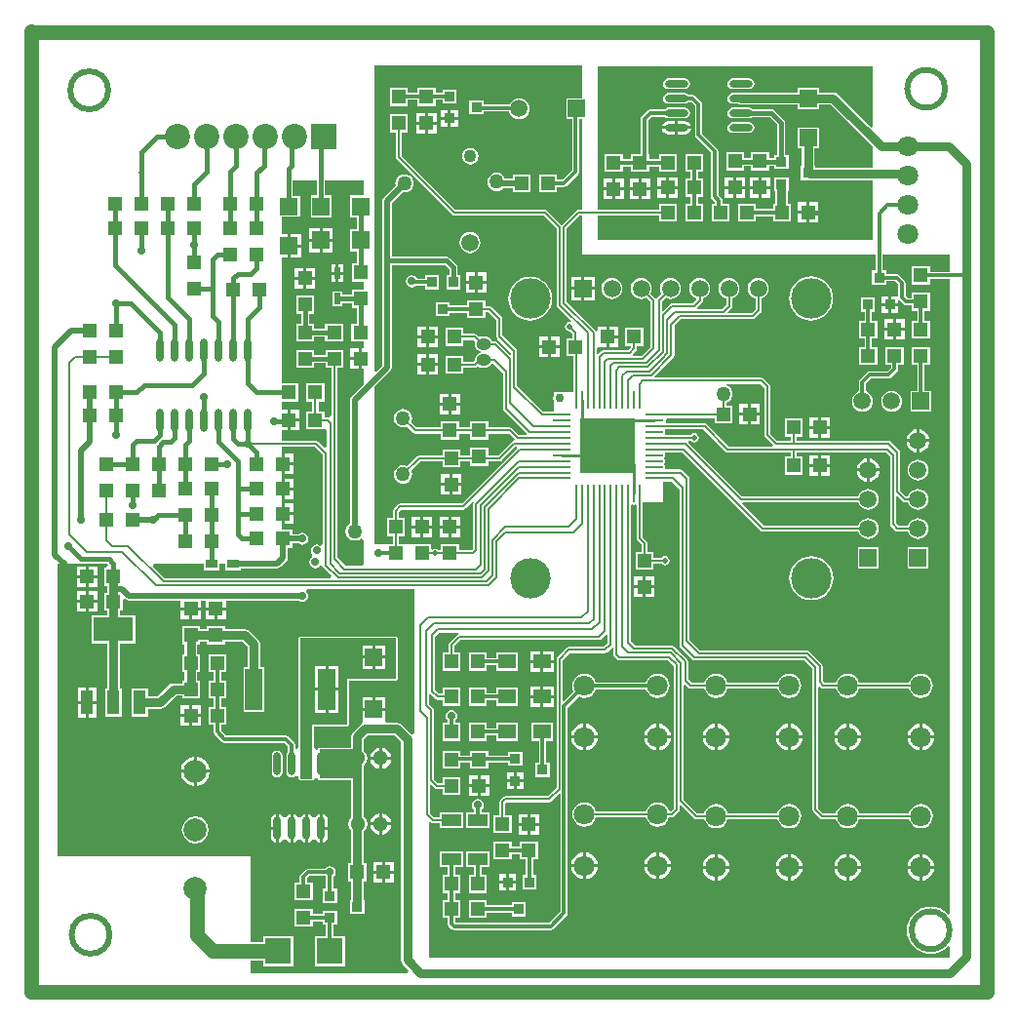
<source format=gtl>
G04*
G04 #@! TF.GenerationSoftware,Altium Limited,Altium Designer,20.0.1 (14)*
G04*
G04 Layer_Physical_Order=1*
G04 Layer_Color=255*
%FSLAX25Y25*%
%MOIN*%
G70*
G01*
G75*
%ADD11C,0.00800*%
%ADD13C,0.01000*%
%ADD14C,0.01200*%
%ADD19C,0.02000*%
%ADD20C,0.05000*%
%ADD21R,0.05000X0.05000*%
%ADD22R,0.05000X0.05000*%
%ADD23R,0.06000X0.05000*%
%ADD24R,0.03740X0.03543*%
%ADD25R,0.03740X0.03543*%
%ADD26R,0.06693X0.04331*%
%ADD27R,0.03543X0.03740*%
%ADD28R,0.03543X0.03740*%
%ADD29O,0.06102X0.00984*%
%ADD30O,0.00984X0.06102*%
%ADD31C,0.03000*%
%ADD32R,0.09055X0.09055*%
%ADD33O,0.02400X0.08000*%
%ADD34R,0.13780X0.08465*%
%ADD35R,0.04331X0.08465*%
%ADD36R,0.04331X0.08465*%
%ADD37R,0.04000X0.03150*%
%ADD38R,0.01929X0.03878*%
%ADD39R,0.06000X0.06299*%
%ADD40R,0.06299X0.06000*%
%ADD41R,0.05906X0.06299*%
%ADD42R,0.06000X0.14000*%
%ADD43O,0.08000X0.02400*%
%ADD81C,0.01500*%
%ADD82C,0.03000*%
%ADD83R,0.19000X0.18500*%
%ADD84R,0.04000X0.12500*%
%ADD85R,0.12500X0.10000*%
%ADD86R,0.08661X0.08661*%
%ADD87C,0.08661*%
%ADD88C,0.07087*%
%ADD89C,0.05906*%
%ADD90R,0.05906X0.05906*%
%ADD91R,0.05906X0.05906*%
%ADD92O,0.05000X0.04000*%
%ADD93C,0.05118*%
%ADD94C,0.07874*%
%ADD95C,0.04331*%
%ADD96C,0.07087*%
%ADD97C,0.05000*%
%ADD98C,0.13780*%
%ADD99C,0.02800*%
%ADD100C,0.02000*%
G36*
X287500Y-32319D02*
X287038Y-32510D01*
X275514Y-20986D01*
X274819Y-20522D01*
X274000Y-20359D01*
X269250D01*
Y-18900D01*
X261750D01*
Y-20359D01*
X242500D01*
X241681Y-20522D01*
X241467Y-20665D01*
X239700D01*
X238998Y-20804D01*
X238402Y-21202D01*
X238004Y-21798D01*
X237865Y-22500D01*
X238004Y-23202D01*
X238402Y-23798D01*
X238998Y-24196D01*
X239700Y-24335D01*
X241467D01*
X241681Y-24478D01*
X242500Y-24641D01*
X261750D01*
Y-26100D01*
X269250D01*
Y-24641D01*
X273113D01*
X287500Y-39028D01*
Y-46130D01*
X267970D01*
Y-45628D01*
X267641D01*
Y-39600D01*
X269250D01*
Y-32400D01*
X261750D01*
Y-39600D01*
X263359D01*
Y-45628D01*
X263030D01*
Y-50372D01*
X265565D01*
X265772Y-50413D01*
X287500D01*
Y-71000D01*
X193500D01*
Y-62520D01*
X214400D01*
Y-64600D01*
X220600D01*
Y-58400D01*
X214400D01*
Y-60480D01*
X193500D01*
Y-11500D01*
X287500D01*
Y-32319D01*
D02*
G37*
G36*
X113418Y-55650D02*
X108900D01*
Y-63150D01*
X111124D01*
Y-67250D01*
X108900D01*
Y-74750D01*
X111124D01*
Y-78900D01*
X109400D01*
Y-85100D01*
X113418D01*
Y-87900D01*
X109400D01*
Y-89624D01*
X106065D01*
Y-88461D01*
X102935D01*
Y-93539D01*
X106065D01*
Y-92376D01*
X109400D01*
Y-94100D01*
X111124D01*
Y-99400D01*
X109300D01*
Y-105600D01*
X113418D01*
Y-108000D01*
X113000D01*
Y-111500D01*
Y-115000D01*
X113418D01*
X113418Y-120275D01*
X109346Y-124346D01*
X108993Y-124876D01*
X108869Y-125500D01*
Y-167862D01*
X108265Y-168265D01*
X107580Y-169290D01*
X107339Y-170500D01*
X107580Y-171710D01*
X108265Y-172735D01*
X109290Y-173420D01*
X110500Y-173661D01*
X111710Y-173420D01*
X112418Y-172947D01*
X113418Y-173376D01*
Y-181424D01*
X113418D01*
X113160Y-182318D01*
X107448D01*
X104582Y-179452D01*
Y-114600D01*
X106600D01*
Y-108400D01*
X100400D01*
Y-110124D01*
X96600D01*
Y-108400D01*
X90400D01*
Y-114600D01*
X96600D01*
Y-112876D01*
X100400D01*
Y-114600D01*
X102418D01*
Y-130980D01*
X101418Y-131549D01*
X101100Y-131418D01*
X101100Y-131418D01*
X100100D01*
Y-129400D01*
X98082D01*
Y-126100D01*
X100100D01*
Y-119900D01*
X93900D01*
Y-126100D01*
X95918D01*
Y-129400D01*
X93900D01*
Y-135600D01*
X100100D01*
Y-135600D01*
X101018Y-135799D01*
Y-141480D01*
X100094Y-141863D01*
X97965Y-139735D01*
X97200Y-139418D01*
X97200Y-139418D01*
X85418D01*
Y-136000D01*
X87500D01*
Y-132500D01*
Y-129000D01*
X85418D01*
Y-126100D01*
X91100D01*
Y-119900D01*
X85418D01*
Y-76900D01*
X87500D01*
Y-72900D01*
Y-68900D01*
X85418D01*
Y-63000D01*
X91750D01*
Y-55800D01*
X89376D01*
Y-50424D01*
X97624D01*
Y-55650D01*
X95400D01*
Y-63150D01*
X102600D01*
Y-55650D01*
X100376D01*
Y-50424D01*
X113418D01*
Y-55650D01*
D02*
G37*
G36*
X188291Y-22447D02*
X182790D01*
Y-29553D01*
X184776D01*
Y-46993D01*
X181493Y-50276D01*
X179600D01*
Y-48400D01*
X173400D01*
Y-54600D01*
X179600D01*
Y-52723D01*
X182000D01*
X182468Y-52630D01*
X182865Y-52365D01*
X186865Y-48365D01*
X187130Y-47968D01*
X187223Y-47500D01*
Y-29553D01*
X188291D01*
Y-60480D01*
X187000D01*
X186610Y-60558D01*
X186279Y-60779D01*
X181279Y-65779D01*
X181226Y-65784D01*
X176221Y-60779D01*
X175890Y-60558D01*
X175500Y-60480D01*
X144922D01*
X126520Y-42078D01*
Y-34100D01*
X128600D01*
Y-27900D01*
X122400D01*
Y-34100D01*
X124480D01*
Y-42500D01*
X124558Y-42890D01*
X124779Y-43221D01*
X143779Y-62221D01*
X144110Y-62442D01*
X144500Y-62520D01*
X175078D01*
X179580Y-67022D01*
Y-93080D01*
X179658Y-93470D01*
X179879Y-93801D01*
X184546Y-98467D01*
X184299Y-98928D01*
X184000Y-98869D01*
X183376Y-98993D01*
X182846Y-99347D01*
X182493Y-99876D01*
X182369Y-100500D01*
X182493Y-101124D01*
X182846Y-101654D01*
X183376Y-102007D01*
X184000Y-102131D01*
X184158Y-102100D01*
X184980Y-102922D01*
Y-104400D01*
X182900D01*
Y-110600D01*
X185154D01*
Y-122655D01*
X185144Y-122668D01*
X185079Y-123000D01*
X181210D01*
X180500Y-122859D01*
X179790Y-123000D01*
X178500D01*
Y-124290D01*
X178359Y-125000D01*
X178500Y-125710D01*
Y-129578D01*
X178168Y-129645D01*
X178155Y-129654D01*
X174996D01*
X166020Y-120678D01*
Y-109000D01*
X165942Y-108610D01*
X165721Y-108279D01*
X161020Y-103578D01*
Y-98000D01*
X160942Y-97610D01*
X160721Y-97279D01*
X157221Y-93779D01*
X156890Y-93558D01*
X156500Y-93480D01*
X155100D01*
Y-91400D01*
X148900D01*
Y-93277D01*
X142872D01*
Y-92030D01*
X138128D01*
Y-96970D01*
X142872D01*
Y-95723D01*
X148900D01*
Y-97600D01*
X155100D01*
Y-95520D01*
X156078D01*
X158980Y-98422D01*
Y-104000D01*
X159058Y-104390D01*
X159279Y-104721D01*
X163980Y-109422D01*
Y-109885D01*
X163519Y-110076D01*
X159121Y-105679D01*
X158790Y-105458D01*
X158400Y-105380D01*
X157392D01*
X157271Y-105089D01*
X156854Y-104546D01*
X156311Y-104129D01*
X155679Y-103867D01*
X155000Y-103778D01*
X154000D01*
X153321Y-103867D01*
X153030Y-103988D01*
X152321Y-103279D01*
X151990Y-103058D01*
X151600Y-102980D01*
X147600D01*
Y-100900D01*
X141400D01*
Y-107100D01*
X147600D01*
Y-105020D01*
X151178D01*
X151588Y-105430D01*
X151467Y-105721D01*
X151378Y-106400D01*
X151467Y-107079D01*
X151729Y-107711D01*
X152146Y-108254D01*
X152689Y-108671D01*
X153321Y-108933D01*
X153433Y-108948D01*
Y-109452D01*
X153321Y-109467D01*
X152689Y-109729D01*
X152146Y-110146D01*
X151729Y-110689D01*
X151467Y-111321D01*
X151378Y-112000D01*
X151384Y-112052D01*
X150998Y-112480D01*
X147600D01*
Y-110400D01*
X141400D01*
Y-116600D01*
X147600D01*
Y-114520D01*
X151634D01*
X152024Y-114442D01*
X152355Y-114221D01*
X152472Y-114104D01*
X152689Y-114271D01*
X153321Y-114533D01*
X154000Y-114622D01*
X155000D01*
X155679Y-114533D01*
X156311Y-114271D01*
X156854Y-113854D01*
X157271Y-113311D01*
X157285Y-113278D01*
X157854Y-113196D01*
X161080Y-116422D01*
Y-128500D01*
X161158Y-128890D01*
X161379Y-129221D01*
X169186Y-137028D01*
X168979Y-137528D01*
X166470D01*
X164221Y-135279D01*
X163890Y-135058D01*
X163500Y-134980D01*
X156100D01*
Y-132900D01*
X149900D01*
Y-134980D01*
X146100D01*
Y-132900D01*
X139900D01*
Y-134980D01*
X131635D01*
X129795Y-133140D01*
X130020Y-132597D01*
X130127Y-131787D01*
X130020Y-130978D01*
X129708Y-130224D01*
X129211Y-129576D01*
X128563Y-129080D01*
X127809Y-128767D01*
X127000Y-128661D01*
X126191Y-128767D01*
X125437Y-129080D01*
X124789Y-129576D01*
X124292Y-130224D01*
X123980Y-130978D01*
X123873Y-131787D01*
X123980Y-132597D01*
X124292Y-133351D01*
X124789Y-133998D01*
X125437Y-134495D01*
X126191Y-134808D01*
X127000Y-134914D01*
X127809Y-134808D01*
X128353Y-134582D01*
X130492Y-136721D01*
X130822Y-136942D01*
X131213Y-137020D01*
X139900D01*
Y-139100D01*
X146100D01*
Y-137020D01*
X149900D01*
Y-139100D01*
X156100D01*
Y-137020D01*
X163078D01*
X165054Y-138996D01*
X165024Y-139216D01*
X164870Y-139519D01*
X164594Y-139574D01*
X164263Y-139795D01*
X159578Y-144480D01*
X156100D01*
Y-141900D01*
X149900D01*
Y-144480D01*
X146600D01*
Y-142400D01*
X140400D01*
Y-144480D01*
X132500D01*
X132110Y-144558D01*
X131779Y-144779D01*
X128353Y-148205D01*
X127809Y-147980D01*
X127000Y-147873D01*
X126191Y-147980D01*
X125437Y-148292D01*
X124789Y-148789D01*
X124292Y-149437D01*
X123980Y-150191D01*
X123873Y-151000D01*
X123980Y-151809D01*
X124292Y-152563D01*
X124789Y-153211D01*
X125437Y-153708D01*
X126191Y-154020D01*
X127000Y-154127D01*
X127809Y-154020D01*
X128563Y-153708D01*
X129211Y-153211D01*
X129708Y-152563D01*
X130020Y-151809D01*
X130127Y-151000D01*
X130020Y-150191D01*
X129795Y-149647D01*
X132922Y-146520D01*
X140400D01*
Y-148600D01*
X146600D01*
Y-146520D01*
X149900D01*
Y-148100D01*
X156100D01*
Y-146520D01*
X160000D01*
X160390Y-146442D01*
X160721Y-146221D01*
X165354Y-141588D01*
X165780Y-141636D01*
X165961Y-142097D01*
X147078Y-160980D01*
X126000D01*
X125610Y-161058D01*
X125279Y-161279D01*
X123779Y-162779D01*
X123558Y-163110D01*
X123480Y-163500D01*
Y-165900D01*
X121400D01*
Y-172100D01*
X123480D01*
Y-174681D01*
X117291D01*
Y-121016D01*
X122653Y-115654D01*
X123007Y-115124D01*
X123131Y-114500D01*
Y-79376D01*
X141430D01*
X142864Y-80810D01*
Y-82778D01*
X141868D01*
Y-87718D01*
X146612D01*
Y-82778D01*
X145617D01*
Y-80240D01*
X145512Y-79713D01*
X145213Y-79267D01*
X145213Y-79267D01*
X142973Y-77027D01*
X142527Y-76728D01*
X142000Y-76624D01*
X123131D01*
Y-58176D01*
X126776Y-54531D01*
X127500Y-54627D01*
X128309Y-54520D01*
X129063Y-54208D01*
X129711Y-53711D01*
X130208Y-53063D01*
X130520Y-52309D01*
X130627Y-51500D01*
X130520Y-50691D01*
X130208Y-49937D01*
X129711Y-49289D01*
X129063Y-48792D01*
X128309Y-48480D01*
X127500Y-48373D01*
X126691Y-48480D01*
X125937Y-48792D01*
X125289Y-49289D01*
X124792Y-49937D01*
X124480Y-50691D01*
X124373Y-51500D01*
X124469Y-52224D01*
X120346Y-56346D01*
X119993Y-56876D01*
X119869Y-57500D01*
Y-78000D01*
Y-113824D01*
X117753Y-115940D01*
X117291Y-115748D01*
Y-11181D01*
X188291D01*
Y-22447D01*
D02*
G37*
G36*
Y-75681D02*
X288517D01*
Y-81278D01*
X287368D01*
Y-86218D01*
X292112D01*
Y-84971D01*
X295241D01*
X296276Y-86007D01*
Y-89640D01*
X296252Y-90130D01*
X295777Y-90130D01*
X293980D01*
Y-92500D01*
X296252D01*
Y-91665D01*
X296289Y-91636D01*
X296752Y-91482D01*
X298135Y-92865D01*
X298532Y-93130D01*
X299000Y-93224D01*
X300900D01*
Y-95100D01*
X302777D01*
Y-98400D01*
X300900D01*
Y-104600D01*
X307100D01*
Y-98400D01*
X305223D01*
Y-95100D01*
X307100D01*
Y-88900D01*
X300900D01*
Y-90776D01*
X299507D01*
X298724Y-89993D01*
Y-85500D01*
X298630Y-85032D01*
X298365Y-84635D01*
X296613Y-82883D01*
X296216Y-82618D01*
X295748Y-82525D01*
X292112D01*
Y-81278D01*
X290964D01*
Y-75681D01*
X313791D01*
Y-81776D01*
X307100D01*
Y-79900D01*
X300900D01*
Y-86100D01*
X307100D01*
Y-84224D01*
X313791D01*
Y-133181D01*
X313791D01*
X313938Y-133535D01*
X313791Y-133681D01*
Y-301202D01*
X313320Y-301371D01*
X313067Y-301062D01*
X311835Y-300051D01*
X310428Y-299299D01*
X308902Y-298836D01*
X307315Y-298680D01*
X305728Y-298836D01*
X304202Y-299299D01*
X302795Y-300051D01*
X301562Y-301062D01*
X300551Y-302295D01*
X299799Y-303702D01*
X299336Y-305228D01*
X299180Y-306815D01*
X299336Y-308402D01*
X299799Y-309928D01*
X300551Y-311335D01*
X301562Y-312567D01*
X302795Y-313579D01*
X304202Y-314331D01*
X305728Y-314794D01*
X307315Y-314950D01*
X308902Y-314794D01*
X310428Y-314331D01*
X311835Y-313579D01*
X313067Y-312567D01*
X313320Y-312259D01*
X313791Y-312428D01*
Y-316181D01*
X135791D01*
Y-269886D01*
X136253Y-269695D01*
X136393Y-269835D01*
X136724Y-270056D01*
X137114Y-270133D01*
X139553D01*
Y-271879D01*
X147447D01*
Y-266349D01*
X139553D01*
Y-268094D01*
X137536D01*
X136120Y-266678D01*
Y-257215D01*
X136582Y-257024D01*
X137779Y-258221D01*
X138110Y-258442D01*
X138500Y-258520D01*
X140400D01*
Y-260600D01*
X146600D01*
Y-254400D01*
X140400D01*
Y-256480D01*
X138922D01*
X137520Y-255078D01*
Y-231500D01*
X137442Y-231110D01*
X137221Y-230779D01*
X136020Y-229578D01*
Y-226219D01*
X136520Y-226011D01*
X138229Y-227721D01*
X138560Y-227942D01*
X138950Y-228020D01*
X140400D01*
Y-230100D01*
X146600D01*
Y-223900D01*
X140400D01*
Y-225980D01*
X139372D01*
X138020Y-224628D01*
Y-206422D01*
X139422Y-205020D01*
X146004D01*
X146053Y-205520D01*
X145860Y-205558D01*
X145529Y-205779D01*
X142779Y-208529D01*
X142558Y-208860D01*
X142480Y-209250D01*
Y-211900D01*
X140400D01*
Y-218100D01*
X146600D01*
Y-211900D01*
X144520D01*
Y-209672D01*
X146672Y-207520D01*
X194000D01*
X194390Y-207442D01*
X194721Y-207221D01*
X196465Y-205477D01*
X196965Y-205684D01*
Y-208593D01*
X195578Y-209980D01*
X183500D01*
X183110Y-210058D01*
X182779Y-210279D01*
X179679Y-213379D01*
X179458Y-213710D01*
X179380Y-214100D01*
Y-258178D01*
X176578Y-260980D01*
X162000D01*
X161610Y-261058D01*
X161279Y-261279D01*
X160279Y-262279D01*
X160058Y-262610D01*
X159980Y-263000D01*
Y-267448D01*
X157900D01*
Y-273649D01*
X164100D01*
Y-267448D01*
X162020D01*
Y-263422D01*
X162422Y-263020D01*
X177000D01*
X177390Y-262942D01*
X177721Y-262721D01*
X180315Y-260127D01*
X180777Y-260319D01*
Y-300493D01*
X176993Y-304276D01*
X145007D01*
X144723Y-303993D01*
Y-302600D01*
X146600D01*
Y-296400D01*
X144723D01*
Y-294100D01*
X146600D01*
Y-287900D01*
X144723D01*
Y-285265D01*
X147447D01*
Y-279735D01*
X139553D01*
Y-285265D01*
X142277D01*
Y-287900D01*
X140400D01*
Y-294100D01*
X142277D01*
Y-296400D01*
X140400D01*
Y-302600D01*
X142277D01*
Y-304500D01*
X142370Y-304968D01*
X142635Y-305365D01*
X143635Y-306365D01*
X144032Y-306630D01*
X144500Y-306723D01*
X177500D01*
X177968Y-306630D01*
X178365Y-306365D01*
X182865Y-301865D01*
X183130Y-301468D01*
X183223Y-301000D01*
Y-230757D01*
X187052Y-226928D01*
X187918Y-227287D01*
X189000Y-227429D01*
X190082Y-227287D01*
X191089Y-226869D01*
X191955Y-226205D01*
X192619Y-225340D01*
X192978Y-224474D01*
X210022D01*
X210381Y-225340D01*
X211045Y-226205D01*
X211911Y-226869D01*
X212918Y-227287D01*
X214000Y-227429D01*
X215082Y-227287D01*
X216090Y-226869D01*
X216955Y-226205D01*
X217619Y-225340D01*
X218037Y-224332D01*
X218179Y-223250D01*
X218037Y-222168D01*
X217619Y-221161D01*
X216955Y-220295D01*
X216090Y-219631D01*
X215082Y-219213D01*
X214000Y-219071D01*
X212918Y-219213D01*
X211911Y-219631D01*
X211045Y-220295D01*
X210381Y-221161D01*
X210022Y-222026D01*
X192978D01*
X192619Y-221161D01*
X191955Y-220295D01*
X191089Y-219631D01*
X190082Y-219213D01*
X189000Y-219071D01*
X187918Y-219213D01*
X186910Y-219631D01*
X186045Y-220295D01*
X185381Y-221161D01*
X184963Y-222168D01*
X184821Y-223250D01*
X184963Y-224332D01*
X185322Y-225198D01*
X181881Y-228638D01*
X181420Y-228447D01*
Y-214522D01*
X183922Y-212020D01*
X196000D01*
X196390Y-211942D01*
X196721Y-211721D01*
X198433Y-210009D01*
X198933Y-210216D01*
Y-212453D01*
X199011Y-212843D01*
X199232Y-213174D01*
X200279Y-214221D01*
X200610Y-214442D01*
X201000Y-214520D01*
X217578D01*
X219480Y-216422D01*
Y-265078D01*
X218504Y-266054D01*
X218489Y-266058D01*
X217945Y-265947D01*
X217619Y-265160D01*
X216955Y-264295D01*
X216090Y-263631D01*
X215082Y-263213D01*
X214000Y-263071D01*
X212918Y-263213D01*
X211911Y-263631D01*
X211045Y-264295D01*
X210381Y-265160D01*
X209963Y-266168D01*
X209955Y-266230D01*
X193045D01*
X193037Y-266168D01*
X192619Y-265160D01*
X191955Y-264295D01*
X191089Y-263631D01*
X190082Y-263213D01*
X189000Y-263071D01*
X187918Y-263213D01*
X186910Y-263631D01*
X186045Y-264295D01*
X185381Y-265160D01*
X184963Y-266168D01*
X184821Y-267250D01*
X184963Y-268332D01*
X185381Y-269339D01*
X186045Y-270205D01*
X186910Y-270869D01*
X187918Y-271287D01*
X189000Y-271429D01*
X190082Y-271287D01*
X191089Y-270869D01*
X191955Y-270205D01*
X192619Y-269339D01*
X193037Y-268332D01*
X193045Y-268270D01*
X209955D01*
X209963Y-268332D01*
X210381Y-269339D01*
X211045Y-270205D01*
X211911Y-270869D01*
X212918Y-271287D01*
X214000Y-271429D01*
X215082Y-271287D01*
X216090Y-270869D01*
X216955Y-270205D01*
X217619Y-269339D01*
X218037Y-268332D01*
X218045Y-268270D01*
X218750D01*
X219140Y-268192D01*
X219471Y-267971D01*
X221221Y-266221D01*
X221442Y-265890D01*
X221520Y-265500D01*
Y-264115D01*
X221982Y-263924D01*
X226529Y-268471D01*
X226860Y-268692D01*
X227250Y-268770D01*
X229955D01*
X229963Y-268832D01*
X230381Y-269840D01*
X231045Y-270705D01*
X231910Y-271369D01*
X232918Y-271787D01*
X234000Y-271929D01*
X235082Y-271787D01*
X236089Y-271369D01*
X236955Y-270705D01*
X237619Y-269840D01*
X238037Y-268832D01*
X238045Y-268770D01*
X254955D01*
X254963Y-268832D01*
X255381Y-269840D01*
X256045Y-270705D01*
X256910Y-271369D01*
X257918Y-271787D01*
X259000Y-271929D01*
X260082Y-271787D01*
X261089Y-271369D01*
X261955Y-270705D01*
X262619Y-269840D01*
X263037Y-268832D01*
X263179Y-267750D01*
X263037Y-266668D01*
X262619Y-265661D01*
X261955Y-264795D01*
X261089Y-264131D01*
X260082Y-263713D01*
X259000Y-263571D01*
X257918Y-263713D01*
X256910Y-264131D01*
X256045Y-264795D01*
X255381Y-265661D01*
X254963Y-266668D01*
X254955Y-266730D01*
X238045D01*
X238037Y-266668D01*
X237619Y-265661D01*
X236955Y-264795D01*
X236089Y-264131D01*
X235082Y-263713D01*
X234000Y-263571D01*
X232918Y-263713D01*
X231910Y-264131D01*
X231045Y-264795D01*
X230381Y-265661D01*
X229963Y-266668D01*
X229955Y-266730D01*
X227672D01*
X223020Y-262078D01*
Y-223115D01*
X223481Y-222923D01*
X224529Y-223971D01*
X224860Y-224192D01*
X225250Y-224270D01*
X229955D01*
X229963Y-224332D01*
X230381Y-225340D01*
X231045Y-226205D01*
X231910Y-226869D01*
X232918Y-227287D01*
X234000Y-227429D01*
X235082Y-227287D01*
X236089Y-226869D01*
X236955Y-226205D01*
X237619Y-225340D01*
X238037Y-224332D01*
X238045Y-224270D01*
X254955D01*
X254963Y-224332D01*
X255381Y-225340D01*
X256045Y-226205D01*
X256910Y-226869D01*
X257918Y-227287D01*
X259000Y-227429D01*
X260082Y-227287D01*
X261089Y-226869D01*
X261955Y-226205D01*
X262619Y-225340D01*
X263037Y-224332D01*
X263179Y-223250D01*
X263037Y-222168D01*
X262619Y-221161D01*
X261955Y-220295D01*
X261089Y-219631D01*
X260082Y-219213D01*
X259000Y-219071D01*
X257918Y-219213D01*
X256910Y-219631D01*
X256045Y-220295D01*
X255381Y-221161D01*
X254963Y-222168D01*
X254955Y-222230D01*
X238045D01*
X238037Y-222168D01*
X237619Y-221161D01*
X236955Y-220295D01*
X236089Y-219631D01*
X235082Y-219213D01*
X234000Y-219071D01*
X232918Y-219213D01*
X231910Y-219631D01*
X231045Y-220295D01*
X230381Y-221161D01*
X229963Y-222168D01*
X229955Y-222230D01*
X225672D01*
X224420Y-220978D01*
Y-214940D01*
X224342Y-214550D01*
X224121Y-214219D01*
X219681Y-209779D01*
X219350Y-209558D01*
X218960Y-209480D01*
X206422D01*
X204909Y-207967D01*
Y-161622D01*
X205409Y-161338D01*
X205858Y-161427D01*
X206307Y-161338D01*
X206807Y-161622D01*
Y-172827D01*
X206885Y-173217D01*
X207106Y-173548D01*
X208480Y-174922D01*
Y-177400D01*
X206400D01*
Y-183600D01*
X212600D01*
Y-181520D01*
X215257D01*
X215347Y-181653D01*
X215876Y-182007D01*
X216500Y-182131D01*
X217124Y-182007D01*
X217653Y-181653D01*
X218007Y-181124D01*
X218131Y-180500D01*
X218007Y-179876D01*
X217653Y-179347D01*
X217124Y-178993D01*
X216500Y-178869D01*
X215876Y-178993D01*
X215347Y-179347D01*
X215257Y-179480D01*
X212600D01*
Y-177400D01*
X210520D01*
Y-174500D01*
X210442Y-174110D01*
X210221Y-173779D01*
X208846Y-172404D01*
Y-160500D01*
X216000D01*
Y-153346D01*
X218904D01*
X221580Y-156022D01*
Y-209600D01*
X221658Y-209990D01*
X221879Y-210321D01*
X225779Y-214221D01*
X226110Y-214442D01*
X226500Y-214520D01*
X264078D01*
X266980Y-217422D01*
Y-265500D01*
X267058Y-265890D01*
X267279Y-266221D01*
X269529Y-268471D01*
X269860Y-268692D01*
X270250Y-268770D01*
X274955D01*
X274963Y-268832D01*
X275381Y-269840D01*
X276045Y-270705D01*
X276910Y-271369D01*
X277918Y-271787D01*
X279000Y-271929D01*
X280082Y-271787D01*
X281089Y-271369D01*
X281955Y-270705D01*
X282619Y-269840D01*
X283037Y-268832D01*
X283045Y-268770D01*
X299955D01*
X299963Y-268832D01*
X300381Y-269840D01*
X301045Y-270705D01*
X301910Y-271369D01*
X302918Y-271787D01*
X304000Y-271929D01*
X305082Y-271787D01*
X306089Y-271369D01*
X306955Y-270705D01*
X307619Y-269840D01*
X308037Y-268832D01*
X308179Y-267750D01*
X308037Y-266668D01*
X307619Y-265661D01*
X306955Y-264795D01*
X306089Y-264131D01*
X305082Y-263713D01*
X304000Y-263571D01*
X302918Y-263713D01*
X301910Y-264131D01*
X301045Y-264795D01*
X300381Y-265661D01*
X299963Y-266668D01*
X299955Y-266730D01*
X283045D01*
X283037Y-266668D01*
X282619Y-265661D01*
X281955Y-264795D01*
X281089Y-264131D01*
X280082Y-263713D01*
X279000Y-263571D01*
X277918Y-263713D01*
X276910Y-264131D01*
X276045Y-264795D01*
X275381Y-265661D01*
X274963Y-266668D01*
X274955Y-266730D01*
X270672D01*
X269020Y-265078D01*
Y-223715D01*
X269481Y-223523D01*
X269929Y-223971D01*
X270260Y-224192D01*
X270650Y-224270D01*
X274955D01*
X274963Y-224332D01*
X275381Y-225340D01*
X276045Y-226205D01*
X276910Y-226869D01*
X277918Y-227287D01*
X279000Y-227429D01*
X280082Y-227287D01*
X281089Y-226869D01*
X281955Y-226205D01*
X282619Y-225340D01*
X283037Y-224332D01*
X283045Y-224270D01*
X299955D01*
X299963Y-224332D01*
X300381Y-225340D01*
X301045Y-226205D01*
X301910Y-226869D01*
X302918Y-227287D01*
X304000Y-227429D01*
X305082Y-227287D01*
X306089Y-226869D01*
X306955Y-226205D01*
X307619Y-225340D01*
X308037Y-224332D01*
X308179Y-223250D01*
X308037Y-222168D01*
X307619Y-221161D01*
X306955Y-220295D01*
X306089Y-219631D01*
X305082Y-219213D01*
X304000Y-219071D01*
X302918Y-219213D01*
X301910Y-219631D01*
X301045Y-220295D01*
X300381Y-221161D01*
X299963Y-222168D01*
X299955Y-222230D01*
X283045D01*
X283037Y-222168D01*
X282619Y-221161D01*
X281955Y-220295D01*
X281089Y-219631D01*
X280082Y-219213D01*
X279000Y-219071D01*
X277918Y-219213D01*
X276910Y-219631D01*
X276045Y-220295D01*
X275381Y-221161D01*
X274963Y-222168D01*
X274955Y-222230D01*
X271072D01*
X270420Y-221578D01*
Y-216420D01*
X270342Y-216030D01*
X270121Y-215699D01*
X265801Y-211379D01*
X265470Y-211158D01*
X265080Y-211080D01*
X228522D01*
X225020Y-207578D01*
Y-152500D01*
X224942Y-152110D01*
X224721Y-151779D01*
X222579Y-149637D01*
X222248Y-149416D01*
X221858Y-149339D01*
X216686D01*
X216419Y-148839D01*
X216434Y-148816D01*
X216519Y-148390D01*
X216434Y-147964D01*
X216193Y-147602D01*
X216289Y-147065D01*
X216434Y-146847D01*
X216519Y-146421D01*
X216434Y-145995D01*
X216193Y-145634D01*
Y-145240D01*
X216434Y-144879D01*
X216519Y-144453D01*
X216434Y-144027D01*
X216419Y-144004D01*
X216686Y-143504D01*
X222562D01*
X249279Y-170221D01*
X249610Y-170442D01*
X250000Y-170520D01*
X282577D01*
X282897Y-171292D01*
X283466Y-172034D01*
X284208Y-172603D01*
X285073Y-172961D01*
X286000Y-173083D01*
X286927Y-172961D01*
X287792Y-172603D01*
X288534Y-172034D01*
X289103Y-171292D01*
X289461Y-170427D01*
X289583Y-169500D01*
X289461Y-168573D01*
X289103Y-167708D01*
X288534Y-166966D01*
X287792Y-166397D01*
X286927Y-166039D01*
X286000Y-165917D01*
X285073Y-166039D01*
X284208Y-166397D01*
X283466Y-166966D01*
X282897Y-167708D01*
X282577Y-168480D01*
X250422D01*
X242962Y-161020D01*
X243169Y-160520D01*
X282577D01*
X282897Y-161292D01*
X283466Y-162034D01*
X284208Y-162603D01*
X285073Y-162961D01*
X286000Y-163083D01*
X286927Y-162961D01*
X287792Y-162603D01*
X288534Y-162034D01*
X289103Y-161292D01*
X289461Y-160427D01*
X289583Y-159500D01*
X289461Y-158573D01*
X289103Y-157708D01*
X288534Y-156966D01*
X287792Y-156397D01*
X286927Y-156039D01*
X286000Y-155917D01*
X285073Y-156039D01*
X284208Y-156397D01*
X283466Y-156966D01*
X282897Y-157708D01*
X282577Y-158480D01*
X242922D01*
X224485Y-140043D01*
X224692Y-139543D01*
X225273D01*
X225346Y-139654D01*
X225876Y-140007D01*
X226500Y-140131D01*
X227124Y-140007D01*
X227654Y-139654D01*
X228007Y-139124D01*
X228131Y-138500D01*
X228007Y-137876D01*
X227654Y-137346D01*
X227124Y-136993D01*
X226500Y-136869D01*
X225876Y-136993D01*
X225346Y-137346D01*
X225241Y-137504D01*
X216702D01*
X216434Y-137005D01*
X216519Y-136579D01*
X216434Y-136153D01*
X216419Y-136130D01*
X216686Y-135630D01*
X229688D01*
X237279Y-143221D01*
X237610Y-143442D01*
X238000Y-143520D01*
X259480D01*
Y-144900D01*
X257400D01*
Y-151100D01*
X263600D01*
Y-144900D01*
X261520D01*
Y-143520D01*
X292078D01*
X293480Y-144922D01*
Y-168000D01*
X293558Y-168390D01*
X293779Y-168721D01*
X295279Y-170221D01*
X295610Y-170442D01*
X296000Y-170520D01*
X299577D01*
X299897Y-171292D01*
X300466Y-172034D01*
X301208Y-172603D01*
X302073Y-172961D01*
X303000Y-173083D01*
X303927Y-172961D01*
X304792Y-172603D01*
X305534Y-172034D01*
X306103Y-171292D01*
X306461Y-170427D01*
X306583Y-169500D01*
X306461Y-168573D01*
X306103Y-167708D01*
X305534Y-166966D01*
X304792Y-166397D01*
X303927Y-166039D01*
X303000Y-165917D01*
X302073Y-166039D01*
X301208Y-166397D01*
X300466Y-166966D01*
X299897Y-167708D01*
X299577Y-168480D01*
X296422D01*
X295520Y-167578D01*
Y-158615D01*
X295982Y-158423D01*
X297779Y-160221D01*
X298110Y-160442D01*
X298500Y-160520D01*
X299577D01*
X299897Y-161292D01*
X300466Y-162034D01*
X301208Y-162603D01*
X302073Y-162961D01*
X303000Y-163083D01*
X303927Y-162961D01*
X304792Y-162603D01*
X305534Y-162034D01*
X306103Y-161292D01*
X306461Y-160427D01*
X306583Y-159500D01*
X306461Y-158573D01*
X306103Y-157708D01*
X305534Y-156966D01*
X304792Y-156397D01*
X303927Y-156039D01*
X303000Y-155917D01*
X302073Y-156039D01*
X301208Y-156397D01*
X300466Y-156966D01*
X299897Y-157708D01*
X299577Y-158480D01*
X298922D01*
X297020Y-156578D01*
Y-143500D01*
X296942Y-143110D01*
X296721Y-142779D01*
X293721Y-139779D01*
X293390Y-139558D01*
X293000Y-139480D01*
X261520D01*
Y-138100D01*
X263600D01*
Y-131900D01*
X257400D01*
Y-138100D01*
X259480D01*
Y-139480D01*
X254922D01*
X252520Y-137078D01*
Y-121000D01*
X252442Y-120610D01*
X252221Y-120279D01*
X250221Y-118279D01*
X249890Y-118058D01*
X249500Y-117980D01*
X213148D01*
X212941Y-117480D01*
X219421Y-111001D01*
X219642Y-110670D01*
X219720Y-110280D01*
Y-100222D01*
X222022Y-97920D01*
X246539D01*
X246929Y-97842D01*
X247260Y-97621D01*
X249160Y-95721D01*
X249381Y-95390D01*
X249459Y-95000D01*
Y-90862D01*
X250231Y-90542D01*
X250973Y-89973D01*
X251542Y-89231D01*
X251900Y-88366D01*
X252022Y-87439D01*
X251900Y-86511D01*
X251542Y-85647D01*
X250973Y-84905D01*
X250231Y-84336D01*
X249366Y-83978D01*
X248439Y-83856D01*
X247512Y-83978D01*
X246647Y-84336D01*
X245905Y-84905D01*
X245336Y-85647D01*
X244978Y-86511D01*
X244856Y-87439D01*
X244978Y-88366D01*
X245336Y-89231D01*
X245905Y-89973D01*
X246647Y-90542D01*
X247419Y-90862D01*
Y-94578D01*
X246117Y-95880D01*
X238154D01*
X237962Y-95419D01*
X239160Y-94221D01*
X239381Y-93890D01*
X239459Y-93500D01*
Y-90862D01*
X240231Y-90542D01*
X240973Y-89973D01*
X241542Y-89231D01*
X241900Y-88366D01*
X242022Y-87439D01*
X241900Y-86511D01*
X241542Y-85647D01*
X240973Y-84905D01*
X240231Y-84336D01*
X239366Y-83978D01*
X238439Y-83856D01*
X237511Y-83978D01*
X236647Y-84336D01*
X235905Y-84905D01*
X235336Y-85647D01*
X234978Y-86511D01*
X234856Y-87439D01*
X234978Y-88366D01*
X235336Y-89231D01*
X235905Y-89973D01*
X236647Y-90542D01*
X237419Y-90862D01*
Y-93078D01*
X236017Y-94480D01*
X227608D01*
X227400Y-93980D01*
X229160Y-92221D01*
X229381Y-91890D01*
X229459Y-91500D01*
Y-90862D01*
X230231Y-90542D01*
X230973Y-89973D01*
X231542Y-89231D01*
X231900Y-88366D01*
X232022Y-87439D01*
X231900Y-86511D01*
X231542Y-85647D01*
X230973Y-84905D01*
X230231Y-84336D01*
X229366Y-83978D01*
X228439Y-83856D01*
X227512Y-83978D01*
X226647Y-84336D01*
X225905Y-84905D01*
X225336Y-85647D01*
X224978Y-86511D01*
X224856Y-87439D01*
X224978Y-88366D01*
X225336Y-89231D01*
X225905Y-89973D01*
X226647Y-90542D01*
X227076Y-90720D01*
X227189Y-91308D01*
X226017Y-92480D01*
X219000D01*
X218610Y-92558D01*
X218279Y-92779D01*
X215982Y-95077D01*
X215520Y-94885D01*
Y-91800D01*
X216739Y-90580D01*
X217512Y-90900D01*
X218439Y-91022D01*
X219366Y-90900D01*
X220231Y-90542D01*
X220973Y-89973D01*
X221542Y-89231D01*
X221900Y-88366D01*
X222022Y-87439D01*
X221900Y-86511D01*
X221542Y-85647D01*
X220973Y-84905D01*
X220231Y-84336D01*
X219366Y-83978D01*
X218439Y-83856D01*
X217512Y-83978D01*
X216647Y-84336D01*
X215905Y-84905D01*
X215336Y-85647D01*
X214978Y-86511D01*
X214856Y-87439D01*
X214978Y-88366D01*
X215298Y-89139D01*
X213779Y-90657D01*
X213760Y-90686D01*
X213475Y-90735D01*
X213146Y-90704D01*
X211580Y-89139D01*
X211900Y-88366D01*
X212022Y-87439D01*
X211900Y-86511D01*
X211542Y-85647D01*
X210973Y-84905D01*
X210231Y-84336D01*
X209366Y-83978D01*
X208439Y-83856D01*
X207511Y-83978D01*
X206647Y-84336D01*
X205905Y-84905D01*
X205336Y-85647D01*
X204978Y-86511D01*
X204856Y-87439D01*
X204978Y-88366D01*
X205336Y-89231D01*
X205905Y-89973D01*
X206647Y-90542D01*
X207511Y-90900D01*
X208439Y-91022D01*
X209366Y-90900D01*
X210139Y-90580D01*
X211480Y-91922D01*
Y-107578D01*
X208578Y-110480D01*
X205669D01*
X205462Y-109980D01*
X206721Y-108721D01*
X206942Y-108390D01*
X207020Y-108000D01*
Y-107100D01*
X209100D01*
Y-100900D01*
X202900D01*
Y-107100D01*
X204926D01*
X204958Y-107600D01*
X204078Y-108480D01*
X195500D01*
X195110Y-108558D01*
X194779Y-108779D01*
X193598Y-109960D01*
X193098Y-109753D01*
Y-107737D01*
X193500Y-107500D01*
X193598Y-107500D01*
X196500D01*
Y-104000D01*
Y-100500D01*
X193500D01*
Y-101894D01*
X193037Y-102163D01*
X193000Y-102157D01*
X192800Y-101858D01*
X183020Y-92078D01*
Y-66922D01*
X187422Y-62520D01*
X188291D01*
Y-75681D01*
D02*
G37*
G36*
X250480Y-121422D02*
Y-137500D01*
X250558Y-137890D01*
X250779Y-138221D01*
X253538Y-140980D01*
X253331Y-141480D01*
X238422D01*
X230831Y-133889D01*
X230500Y-133668D01*
X230110Y-133591D01*
X217122D01*
X216838Y-133091D01*
X216927Y-132642D01*
X216838Y-132193D01*
X217122Y-131693D01*
X233400D01*
Y-133600D01*
X239600D01*
Y-127400D01*
X237520D01*
Y-126433D01*
X238063Y-126208D01*
X238711Y-125711D01*
X239208Y-125063D01*
X239520Y-124309D01*
X239627Y-123500D01*
X239520Y-122691D01*
X239208Y-121937D01*
X238711Y-121289D01*
X238063Y-120792D01*
X237405Y-120520D01*
X237505Y-120020D01*
X249078D01*
X250480Y-121422D01*
D02*
G37*
G36*
X99618Y-144448D02*
Y-174898D01*
X99603Y-174913D01*
X98618Y-175341D01*
X98280Y-175116D01*
X97500Y-174961D01*
X96720Y-175116D01*
X96058Y-175558D01*
X95616Y-176220D01*
X95461Y-177000D01*
X95616Y-177780D01*
X95906Y-178214D01*
X96023Y-178551D01*
X95743Y-179434D01*
X95558Y-179558D01*
X95116Y-180220D01*
X94961Y-181000D01*
X95116Y-181780D01*
X95558Y-182442D01*
X96220Y-182884D01*
X97000Y-183039D01*
X97780Y-182884D01*
X98442Y-182442D01*
X98623Y-182172D01*
X99041Y-182167D01*
X99700Y-182359D01*
X99935Y-182925D01*
X102603Y-185594D01*
X102220Y-186518D01*
X45548D01*
X41379Y-182348D01*
X41761Y-181424D01*
X58900D01*
Y-183675D01*
X64100D01*
Y-181424D01*
X66200D01*
Y-183675D01*
X71400D01*
Y-183131D01*
X84000D01*
X84624Y-183007D01*
X85154Y-182653D01*
X87154Y-180654D01*
X87507Y-180124D01*
X87631Y-179500D01*
Y-176100D01*
X89100D01*
Y-174631D01*
X91342D01*
X91720Y-174884D01*
X92500Y-175039D01*
X93280Y-174884D01*
X93942Y-174442D01*
X94384Y-173780D01*
X94539Y-173000D01*
X94384Y-172220D01*
X93942Y-171558D01*
X93280Y-171116D01*
X92500Y-170961D01*
X91720Y-171116D01*
X91342Y-171369D01*
X89100D01*
Y-169900D01*
X85418D01*
Y-168000D01*
X85500D01*
Y-164500D01*
Y-161000D01*
X85418D01*
Y-159500D01*
X85500D01*
Y-156000D01*
Y-152500D01*
X85418D01*
Y-151000D01*
X85500D01*
Y-147500D01*
Y-144000D01*
X85418D01*
Y-141582D01*
X96752D01*
X99618Y-144448D01*
D02*
G37*
G36*
X151136Y-160513D02*
X151058Y-160630D01*
X150980Y-161020D01*
Y-176578D01*
X150578Y-176980D01*
X146100D01*
Y-174900D01*
X139900D01*
Y-176980D01*
X139243D01*
X139154Y-176847D01*
X138624Y-176493D01*
X138000Y-176369D01*
X137376Y-176493D01*
X137100Y-176677D01*
X136600Y-176410D01*
Y-174900D01*
X135791D01*
Y-174681D01*
X125520D01*
Y-172100D01*
X127600D01*
Y-165900D01*
X125520D01*
Y-163922D01*
X126422Y-163020D01*
X147500D01*
X147890Y-162942D01*
X148221Y-162721D01*
X150748Y-160194D01*
X151136Y-160513D01*
D02*
G37*
G36*
X26059Y-181900D02*
X25595Y-182900D01*
X24900D01*
Y-189100D01*
X25859D01*
Y-191400D01*
X24900D01*
Y-197600D01*
X25859D01*
Y-199168D01*
X20510D01*
Y-208832D01*
X25859D01*
Y-224168D01*
X25235D01*
Y-233832D01*
X30765D01*
Y-224168D01*
X30141D01*
Y-208832D01*
X35490D01*
Y-199168D01*
X30141D01*
Y-197600D01*
X31100D01*
Y-193951D01*
X32024Y-193568D01*
X32109Y-193654D01*
X32638Y-194007D01*
X33263Y-194131D01*
X51000D01*
Y-196500D01*
X58000D01*
Y-194131D01*
X59500D01*
Y-196500D01*
X66500D01*
Y-194131D01*
X91342D01*
X91720Y-194384D01*
X92500Y-194539D01*
X93280Y-194384D01*
X93942Y-193942D01*
X94384Y-193280D01*
X94539Y-192500D01*
X94384Y-191720D01*
X93958Y-191082D01*
X93987Y-190930D01*
X94282Y-190082D01*
X130918D01*
Y-239538D01*
X130319Y-239835D01*
X129918Y-239890D01*
X126514Y-236486D01*
X125819Y-236022D01*
X125000Y-235859D01*
X121749D01*
X120953Y-235366D01*
X120953Y-234859D01*
Y-231716D01*
X113047D01*
Y-235029D01*
X113047Y-235366D01*
X112812Y-236268D01*
X112486Y-236486D01*
X109862Y-239110D01*
X109398Y-239805D01*
X109235Y-240624D01*
Y-244351D01*
X98500D01*
X98041Y-244541D01*
X97851Y-245000D01*
X97649Y-245149D01*
X96649Y-244644D01*
Y-242500D01*
Y-237149D01*
X108000D01*
X108459Y-236959D01*
X108649Y-236500D01*
Y-221649D01*
X124500D01*
X124959Y-221459D01*
X125149Y-221000D01*
Y-207000D01*
X124959Y-206541D01*
X124500Y-206351D01*
X92000D01*
X91541Y-206541D01*
X91351Y-207000D01*
Y-242500D01*
Y-244487D01*
X90351Y-244990D01*
X90299Y-244952D01*
Y-243500D01*
X89918Y-242582D01*
X87918Y-240582D01*
X87000Y-240201D01*
X66538D01*
X64799Y-238462D01*
Y-236600D01*
X66600D01*
Y-230400D01*
X64799D01*
Y-227600D01*
X66600D01*
Y-221400D01*
X64799D01*
Y-218600D01*
X66600D01*
Y-212400D01*
X60400D01*
Y-218600D01*
X62201D01*
Y-221400D01*
X60400D01*
Y-227600D01*
X62201D01*
Y-230400D01*
X60400D01*
Y-236600D01*
X62201D01*
Y-239000D01*
X62582Y-239918D01*
X65082Y-242418D01*
X66000Y-242799D01*
X86462D01*
X87701Y-244038D01*
Y-245904D01*
X87304Y-246498D01*
X87165Y-247200D01*
Y-252800D01*
X87304Y-253502D01*
X87702Y-254098D01*
X88298Y-254496D01*
X89000Y-254635D01*
X89702Y-254496D01*
X90298Y-254098D01*
X90351Y-254019D01*
X91351Y-254322D01*
Y-255000D01*
X91541Y-255459D01*
X92000Y-255649D01*
X96000D01*
X96459Y-255459D01*
X96537Y-255272D01*
X97357Y-254895D01*
X97649Y-254851D01*
X97851Y-255000D01*
X98041Y-255459D01*
X98500Y-255649D01*
X109235D01*
Y-268214D01*
X109222Y-268222D01*
X108524Y-269267D01*
X108279Y-270500D01*
X108524Y-271733D01*
X109222Y-272778D01*
X109235Y-272786D01*
Y-283900D01*
X108276D01*
Y-290100D01*
X109235D01*
Y-296388D01*
X108782D01*
Y-301131D01*
X113722D01*
Y-296388D01*
X113517D01*
Y-290100D01*
X114476D01*
Y-283900D01*
X113517D01*
Y-272952D01*
X113777Y-272778D01*
X114476Y-271733D01*
X114721Y-270500D01*
X114476Y-269267D01*
X113777Y-268222D01*
X113517Y-268049D01*
Y-250451D01*
X113777Y-250278D01*
X114476Y-249233D01*
X114721Y-248000D01*
X114476Y-246767D01*
X113777Y-245722D01*
X113517Y-245549D01*
Y-241511D01*
X114887Y-240141D01*
X124113D01*
X126359Y-242387D01*
Y-317000D01*
X126522Y-317819D01*
X126986Y-318514D01*
X128972Y-320500D01*
X128590Y-321424D01*
X74918D01*
Y-317161D01*
X79156D01*
Y-319128D01*
X89411D01*
Y-308872D01*
X79156D01*
Y-310839D01*
X74918D01*
Y-281424D01*
X8918D01*
Y-181424D01*
X25657D01*
X26059Y-181900D01*
D02*
G37*
G36*
X124500Y-221000D02*
X108000D01*
Y-236500D01*
X96000D01*
Y-245402D01*
X95500Y-245556D01*
X94858Y-245128D01*
X94500Y-245056D01*
Y-250000D01*
X93500D01*
Y-245056D01*
X93142Y-245128D01*
X92500Y-245556D01*
X92000Y-245402D01*
Y-207000D01*
X124500D01*
Y-221000D01*
D02*
G37*
%LPC*%
G36*
X245300Y-15665D02*
X239700D01*
X238998Y-15804D01*
X238402Y-16202D01*
X238004Y-16798D01*
X237865Y-17500D01*
X238004Y-18202D01*
X238402Y-18798D01*
X238998Y-19196D01*
X239700Y-19335D01*
X245300D01*
X246002Y-19196D01*
X246598Y-18798D01*
X246996Y-18202D01*
X247135Y-17500D01*
X246996Y-16798D01*
X246598Y-16202D01*
X246002Y-15804D01*
X245300Y-15665D01*
D02*
G37*
G36*
X223300D02*
X217700D01*
X216998Y-15804D01*
X216402Y-16202D01*
X216004Y-16798D01*
X215865Y-17500D01*
X216004Y-18202D01*
X216402Y-18798D01*
X216998Y-19196D01*
X217700Y-19335D01*
X223300D01*
X224002Y-19196D01*
X224598Y-18798D01*
X224996Y-18202D01*
X225135Y-17500D01*
X224996Y-16798D01*
X224598Y-16202D01*
X224002Y-15804D01*
X223300Y-15665D01*
D02*
G37*
G36*
Y-25665D02*
X217700D01*
X216998Y-25804D01*
X216402Y-26202D01*
X216353Y-26276D01*
X211500D01*
X211032Y-26370D01*
X210635Y-26635D01*
X208635Y-28635D01*
X208370Y-29032D01*
X208277Y-29500D01*
Y-41400D01*
X204900D01*
Y-43277D01*
X202100D01*
Y-41400D01*
X195900D01*
Y-47600D01*
X202100D01*
Y-45724D01*
X204900D01*
Y-47600D01*
X211100D01*
Y-45724D01*
X214400D01*
Y-47600D01*
X220600D01*
Y-41400D01*
X214400D01*
Y-43277D01*
X211100D01*
Y-41400D01*
X210723D01*
Y-30007D01*
X212007Y-28723D01*
X216353D01*
X216402Y-28798D01*
X216998Y-29196D01*
X217700Y-29335D01*
X223300D01*
X224002Y-29196D01*
X224598Y-28798D01*
X224996Y-28202D01*
X225135Y-27500D01*
X224996Y-26798D01*
X224598Y-26202D01*
X224002Y-25804D01*
X223300Y-25665D01*
D02*
G37*
G36*
Y-30257D02*
X221000D01*
Y-32000D01*
X225444D01*
X225372Y-31642D01*
X224886Y-30914D01*
X224158Y-30428D01*
X223300Y-30257D01*
D02*
G37*
G36*
X220000D02*
X217700D01*
X216842Y-30428D01*
X216114Y-30914D01*
X215628Y-31642D01*
X215556Y-32000D01*
X220000D01*
Y-30257D01*
D02*
G37*
G36*
X245300Y-30665D02*
X239700D01*
X238998Y-30804D01*
X238402Y-31202D01*
X238004Y-31798D01*
X237865Y-32500D01*
X238004Y-33202D01*
X238402Y-33798D01*
X238998Y-34196D01*
X239700Y-34335D01*
X245300D01*
X246002Y-34196D01*
X246598Y-33798D01*
X246996Y-33202D01*
X247135Y-32500D01*
X246996Y-31798D01*
X246598Y-31202D01*
X246002Y-30804D01*
X245300Y-30665D01*
D02*
G37*
G36*
X225444Y-33000D02*
X221000D01*
Y-34743D01*
X223300D01*
X224158Y-34572D01*
X224886Y-34086D01*
X225372Y-33358D01*
X225444Y-33000D01*
D02*
G37*
G36*
X220000D02*
X215556D01*
X215628Y-33358D01*
X216114Y-34086D01*
X216842Y-34572D01*
X217700Y-34743D01*
X220000D01*
Y-33000D01*
D02*
G37*
G36*
X245300Y-25665D02*
X239700D01*
X238998Y-25804D01*
X238402Y-26202D01*
X238004Y-26798D01*
X237865Y-27500D01*
X238004Y-28202D01*
X238402Y-28798D01*
X238998Y-29196D01*
X239700Y-29335D01*
X245300D01*
X246002Y-29196D01*
X246480Y-28876D01*
X252430D01*
X254872Y-31318D01*
Y-41888D01*
X253778D01*
Y-42883D01*
X252100D01*
Y-40900D01*
X245900D01*
Y-42883D01*
X243600D01*
Y-40900D01*
X237400D01*
Y-47100D01*
X243600D01*
Y-45636D01*
X245900D01*
Y-47100D01*
X252100D01*
Y-45636D01*
X253778D01*
Y-46632D01*
X258718D01*
Y-41888D01*
X257625D01*
Y-30748D01*
X257625Y-30748D01*
X257520Y-30221D01*
X257221Y-29775D01*
X253973Y-26527D01*
X253527Y-26228D01*
X253000Y-26124D01*
X246480D01*
X246002Y-25804D01*
X245300Y-25665D01*
D02*
G37*
G36*
X252500Y-49500D02*
X249500D01*
Y-52500D01*
X252500D01*
Y-49500D01*
D02*
G37*
G36*
X221000D02*
X218000D01*
Y-52500D01*
X221000D01*
Y-49500D01*
D02*
G37*
G36*
X244000D02*
X241000D01*
Y-52500D01*
X244000D01*
Y-49500D01*
D02*
G37*
G36*
X240000D02*
X237000D01*
Y-52500D01*
X240000D01*
Y-49500D01*
D02*
G37*
G36*
X217000D02*
X214000D01*
Y-52500D01*
X217000D01*
Y-49500D01*
D02*
G37*
G36*
X248500D02*
X245500D01*
Y-52500D01*
X248500D01*
Y-49500D01*
D02*
G37*
G36*
X211500Y-50000D02*
X208500D01*
Y-53000D01*
X211500D01*
Y-50000D01*
D02*
G37*
G36*
X202500D02*
X199500D01*
Y-53000D01*
X202500D01*
Y-50000D01*
D02*
G37*
G36*
X207500D02*
X204500D01*
Y-53000D01*
X207500D01*
Y-50000D01*
D02*
G37*
G36*
X198500D02*
X195500D01*
Y-53000D01*
X198500D01*
Y-50000D01*
D02*
G37*
G36*
X252500Y-53500D02*
X249500D01*
Y-56500D01*
X252500D01*
Y-53500D01*
D02*
G37*
G36*
X248500D02*
X245500D01*
Y-56500D01*
X248500D01*
Y-53500D01*
D02*
G37*
G36*
X244000D02*
X241000D01*
Y-56500D01*
X244000D01*
Y-53500D01*
D02*
G37*
G36*
X240000D02*
X237000D01*
Y-56500D01*
X240000D01*
Y-53500D01*
D02*
G37*
G36*
X221000D02*
X218000D01*
Y-56500D01*
X221000D01*
Y-53500D01*
D02*
G37*
G36*
X217000D02*
X214000D01*
Y-56500D01*
X217000D01*
Y-53500D01*
D02*
G37*
G36*
X211500Y-54000D02*
X208500D01*
Y-57000D01*
X211500D01*
Y-54000D01*
D02*
G37*
G36*
X207500D02*
X204500D01*
Y-57000D01*
X207500D01*
Y-54000D01*
D02*
G37*
G36*
X202500D02*
X199500D01*
Y-57000D01*
X202500D01*
Y-54000D01*
D02*
G37*
G36*
X198500D02*
X195500D01*
Y-57000D01*
X198500D01*
Y-54000D01*
D02*
G37*
G36*
X258718Y-49369D02*
X253778D01*
Y-54112D01*
X254233D01*
Y-58400D01*
X253400D01*
Y-60277D01*
X247600D01*
Y-58400D01*
X241400D01*
Y-64600D01*
X247600D01*
Y-62723D01*
X253400D01*
Y-64600D01*
X259600D01*
Y-58400D01*
X258515D01*
Y-54112D01*
X258718D01*
Y-49369D01*
D02*
G37*
G36*
X269000Y-58000D02*
X266000D01*
Y-61000D01*
X269000D01*
Y-58000D01*
D02*
G37*
G36*
X265000D02*
X262000D01*
Y-61000D01*
X265000D01*
Y-58000D01*
D02*
G37*
G36*
X223300Y-20665D02*
X217700D01*
X216998Y-20804D01*
X216402Y-21202D01*
X216004Y-21798D01*
X215865Y-22500D01*
X216004Y-23202D01*
X216402Y-23798D01*
X216998Y-24196D01*
X217700Y-24335D01*
X223300D01*
X224002Y-24196D01*
X224598Y-23798D01*
X224647Y-23723D01*
X225493D01*
X226777Y-25007D01*
Y-35000D01*
X226870Y-35468D01*
X227135Y-35865D01*
X232277Y-41007D01*
Y-56000D01*
X232370Y-56468D01*
X232635Y-56865D01*
X233670Y-57900D01*
X233519Y-58400D01*
X232400D01*
Y-64600D01*
X238600D01*
Y-58400D01*
X236224D01*
Y-57500D01*
X236130Y-57032D01*
X235865Y-56635D01*
X234723Y-55493D01*
Y-40500D01*
X234630Y-40032D01*
X234365Y-39635D01*
X229223Y-34493D01*
Y-24500D01*
X229130Y-24032D01*
X228865Y-23635D01*
X226865Y-21635D01*
X226468Y-21370D01*
X226000Y-21276D01*
X224647D01*
X224598Y-21202D01*
X224002Y-20804D01*
X223300Y-20665D01*
D02*
G37*
G36*
X229600Y-41400D02*
X223400D01*
Y-47600D01*
X225276D01*
Y-49900D01*
X223400D01*
Y-56100D01*
X225276D01*
Y-58400D01*
X223400D01*
Y-64600D01*
X229600D01*
Y-58400D01*
X227724D01*
Y-56100D01*
X229600D01*
Y-49900D01*
X227724D01*
Y-47600D01*
X229600D01*
Y-41400D01*
D02*
G37*
G36*
X269000Y-62000D02*
X266000D01*
Y-65000D01*
X269000D01*
Y-62000D01*
D02*
G37*
G36*
X265000D02*
X262000D01*
Y-65000D01*
X265000D01*
Y-62000D01*
D02*
G37*
G36*
X103000Y-66850D02*
X99500D01*
Y-70500D01*
X103000D01*
Y-66850D01*
D02*
G37*
G36*
X98500D02*
X95000D01*
Y-70500D01*
X98500D01*
Y-66850D01*
D02*
G37*
G36*
X92150Y-68900D02*
X88500D01*
Y-72400D01*
X92150D01*
Y-68900D01*
D02*
G37*
G36*
X103000Y-71500D02*
X99500D01*
Y-75150D01*
X103000D01*
Y-71500D01*
D02*
G37*
G36*
X98500D02*
X95000D01*
Y-75150D01*
X98500D01*
Y-71500D01*
D02*
G37*
G36*
X92150Y-73400D02*
X88500D01*
Y-76900D01*
X92150D01*
Y-73400D01*
D02*
G37*
G36*
X106465Y-79262D02*
X105000D01*
Y-81701D01*
X106465D01*
Y-79262D01*
D02*
G37*
G36*
X104000D02*
X102535D01*
Y-81701D01*
X104000D01*
Y-79262D01*
D02*
G37*
G36*
X97000Y-80500D02*
X94000D01*
Y-83500D01*
X97000D01*
Y-80500D01*
D02*
G37*
G36*
X93000D02*
X90000D01*
Y-83500D01*
X93000D01*
Y-80500D01*
D02*
G37*
G36*
X106465Y-82701D02*
X105000D01*
Y-85140D01*
X106465D01*
Y-82701D01*
D02*
G37*
G36*
X104000D02*
X102535D01*
Y-85140D01*
X104000D01*
Y-82701D01*
D02*
G37*
G36*
X97000Y-84500D02*
X94000D01*
Y-87500D01*
X97000D01*
Y-84500D01*
D02*
G37*
G36*
X93000D02*
X90000D01*
Y-87500D01*
X93000D01*
Y-84500D01*
D02*
G37*
G36*
X96600Y-89900D02*
X90400D01*
Y-96100D01*
X92124D01*
Y-99400D01*
X90400D01*
Y-105600D01*
X96600D01*
Y-103876D01*
X100300D01*
Y-105600D01*
X106500D01*
Y-99400D01*
X100300D01*
Y-101124D01*
X96600D01*
Y-99400D01*
X94876D01*
Y-96100D01*
X96600D01*
Y-89900D01*
D02*
G37*
G36*
X112000Y-108000D02*
X109000D01*
Y-111000D01*
X112000D01*
Y-108000D01*
D02*
G37*
G36*
Y-112000D02*
X109000D01*
Y-115000D01*
X112000D01*
Y-112000D01*
D02*
G37*
G36*
X91500Y-129000D02*
X88500D01*
Y-132000D01*
X91500D01*
Y-129000D01*
D02*
G37*
G36*
Y-133000D02*
X88500D01*
Y-136000D01*
X91500D01*
Y-133000D01*
D02*
G37*
G36*
X138100Y-18900D02*
X131900D01*
Y-20536D01*
X128600D01*
Y-18900D01*
X122400D01*
Y-25100D01*
X128600D01*
Y-22983D01*
X131900D01*
Y-25100D01*
X138100D01*
Y-22983D01*
X140404D01*
Y-24132D01*
X145344D01*
Y-19388D01*
X140404D01*
Y-20536D01*
X138100D01*
Y-18900D01*
D02*
G37*
G36*
X166657Y-22417D02*
X165730Y-22539D01*
X164866Y-22897D01*
X164124Y-23466D01*
X163554Y-24208D01*
X163422Y-24527D01*
X154596D01*
Y-23128D01*
X149656D01*
Y-27872D01*
X154596D01*
Y-26974D01*
X163215D01*
X163554Y-27792D01*
X164124Y-28534D01*
X164866Y-29103D01*
X165730Y-29461D01*
X166657Y-29583D01*
X167585Y-29461D01*
X168449Y-29103D01*
X169191Y-28534D01*
X169761Y-27792D01*
X170119Y-26927D01*
X170241Y-26000D01*
X170119Y-25073D01*
X169761Y-24208D01*
X169191Y-23466D01*
X168449Y-22897D01*
X167585Y-22539D01*
X166657Y-22417D01*
D02*
G37*
G36*
X145744Y-26469D02*
X143374D01*
Y-28740D01*
X145744D01*
Y-26469D01*
D02*
G37*
G36*
X142374D02*
X140004D01*
Y-28740D01*
X142374D01*
Y-26469D01*
D02*
G37*
G36*
X138500Y-27500D02*
X135500D01*
Y-30500D01*
X138500D01*
Y-27500D01*
D02*
G37*
G36*
X134500D02*
X131500D01*
Y-30500D01*
X134500D01*
Y-27500D01*
D02*
G37*
G36*
X145744Y-29740D02*
X143374D01*
Y-32012D01*
X145744D01*
Y-29740D01*
D02*
G37*
G36*
X142374D02*
X140004D01*
Y-32012D01*
X142374D01*
Y-29740D01*
D02*
G37*
G36*
X138500Y-31500D02*
X135500D01*
Y-34500D01*
X138500D01*
Y-31500D01*
D02*
G37*
G36*
X134500D02*
X131500D01*
Y-34500D01*
X134500D01*
Y-31500D01*
D02*
G37*
G36*
X150000Y-39453D02*
X149278Y-39548D01*
X148605Y-39827D01*
X148028Y-40270D01*
X147584Y-40848D01*
X147306Y-41521D01*
X147211Y-42243D01*
X147306Y-42965D01*
X147584Y-43637D01*
X148028Y-44215D01*
X148605Y-44658D01*
X149278Y-44937D01*
X150000Y-45032D01*
X150722Y-44937D01*
X151395Y-44658D01*
X151972Y-44215D01*
X152416Y-43637D01*
X152694Y-42965D01*
X152789Y-42243D01*
X152694Y-41521D01*
X152416Y-40848D01*
X151972Y-40270D01*
X151395Y-39827D01*
X150722Y-39548D01*
X150000Y-39453D01*
D02*
G37*
G36*
X159000Y-47873D02*
X158191Y-47980D01*
X157437Y-48292D01*
X156789Y-48789D01*
X156292Y-49437D01*
X155980Y-50191D01*
X155873Y-51000D01*
X155980Y-51809D01*
X156292Y-52563D01*
X156789Y-53211D01*
X157437Y-53708D01*
X158191Y-54020D01*
X159000Y-54127D01*
X159809Y-54020D01*
X160563Y-53708D01*
X161211Y-53211D01*
X161272Y-53131D01*
X164400D01*
Y-54600D01*
X170600D01*
Y-48400D01*
X164400D01*
Y-49869D01*
X161887D01*
X161708Y-49437D01*
X161211Y-48789D01*
X160563Y-48292D01*
X159809Y-47980D01*
X159000Y-47873D01*
D02*
G37*
G36*
X149902Y-68187D02*
X148974Y-68309D01*
X148110Y-68667D01*
X147368Y-69236D01*
X146798Y-69978D01*
X146440Y-70843D01*
X146318Y-71770D01*
X146440Y-72698D01*
X146798Y-73562D01*
X147368Y-74304D01*
X148110Y-74873D01*
X148974Y-75231D01*
X149902Y-75353D01*
X150829Y-75231D01*
X151693Y-74873D01*
X152435Y-74304D01*
X153005Y-73562D01*
X153363Y-72698D01*
X153485Y-71770D01*
X153363Y-70843D01*
X153005Y-69978D01*
X152435Y-69236D01*
X151693Y-68667D01*
X150829Y-68309D01*
X149902Y-68187D01*
D02*
G37*
G36*
X139131Y-82778D02*
X134388D01*
Y-84025D01*
X131754D01*
X131442Y-83558D01*
X130780Y-83116D01*
X130000Y-82961D01*
X129220Y-83116D01*
X128558Y-83558D01*
X128116Y-84220D01*
X127961Y-85000D01*
X128116Y-85780D01*
X128558Y-86442D01*
X129220Y-86884D01*
X130000Y-87039D01*
X130780Y-86884D01*
X131398Y-86471D01*
X134388D01*
Y-87718D01*
X139131D01*
Y-82778D01*
D02*
G37*
G36*
X155500Y-82000D02*
X152500D01*
Y-85000D01*
X155500D01*
Y-82000D01*
D02*
G37*
G36*
X151500D02*
X148500D01*
Y-85000D01*
X151500D01*
Y-82000D01*
D02*
G37*
G36*
X155500Y-86000D02*
X152500D01*
Y-89000D01*
X155500D01*
Y-86000D01*
D02*
G37*
G36*
X151500D02*
X148500D01*
Y-89000D01*
X151500D01*
Y-86000D01*
D02*
G37*
G36*
X170439Y-83413D02*
X168971Y-83558D01*
X167559Y-83986D01*
X166258Y-84681D01*
X165117Y-85617D01*
X164181Y-86758D01*
X163486Y-88059D01*
X163058Y-89471D01*
X162913Y-90939D01*
X163058Y-92407D01*
X163486Y-93819D01*
X164181Y-95120D01*
X165117Y-96261D01*
X166258Y-97197D01*
X167559Y-97892D01*
X168971Y-98320D01*
X170439Y-98465D01*
X171907Y-98320D01*
X173319Y-97892D01*
X174620Y-97197D01*
X175761Y-96261D01*
X176697Y-95120D01*
X177392Y-93819D01*
X177820Y-92407D01*
X177965Y-90939D01*
X177820Y-89471D01*
X177392Y-88059D01*
X176697Y-86758D01*
X175761Y-85617D01*
X174620Y-84681D01*
X173319Y-83986D01*
X171907Y-83558D01*
X170439Y-83413D01*
D02*
G37*
G36*
X139000Y-100500D02*
X136000D01*
Y-103500D01*
X139000D01*
Y-100500D01*
D02*
G37*
G36*
X135000D02*
X132000D01*
Y-103500D01*
X135000D01*
Y-100500D01*
D02*
G37*
G36*
X180500Y-104000D02*
X177500D01*
Y-107000D01*
X180500D01*
Y-104000D01*
D02*
G37*
G36*
X176500D02*
X173500D01*
Y-107000D01*
X176500D01*
Y-104000D01*
D02*
G37*
G36*
X139000Y-104500D02*
X136000D01*
Y-107500D01*
X139000D01*
Y-104500D01*
D02*
G37*
G36*
X135000D02*
X132000D01*
Y-107500D01*
X135000D01*
Y-104500D01*
D02*
G37*
G36*
X180500Y-108000D02*
X177500D01*
Y-111000D01*
X180500D01*
Y-108000D01*
D02*
G37*
G36*
X176500D02*
X173500D01*
Y-111000D01*
X176500D01*
Y-108000D01*
D02*
G37*
G36*
X139000Y-110000D02*
X136000D01*
Y-113000D01*
X139000D01*
Y-110000D01*
D02*
G37*
G36*
X135000D02*
X132000D01*
Y-113000D01*
X135000D01*
Y-110000D01*
D02*
G37*
G36*
X139000Y-114000D02*
X136000D01*
Y-117000D01*
X139000D01*
Y-114000D01*
D02*
G37*
G36*
X135000D02*
X132000D01*
Y-117000D01*
X135000D01*
Y-114000D01*
D02*
G37*
G36*
X146500Y-123500D02*
X143500D01*
Y-126500D01*
X146500D01*
Y-123500D01*
D02*
G37*
G36*
X142500D02*
X139500D01*
Y-126500D01*
X142500D01*
Y-123500D01*
D02*
G37*
G36*
X146500Y-127500D02*
X143500D01*
Y-130500D01*
X146500D01*
Y-127500D01*
D02*
G37*
G36*
X142500D02*
X139500D01*
Y-130500D01*
X142500D01*
Y-127500D01*
D02*
G37*
G36*
X147000Y-151000D02*
X144000D01*
Y-154000D01*
X147000D01*
Y-151000D01*
D02*
G37*
G36*
X143000D02*
X140000D01*
Y-154000D01*
X143000D01*
Y-151000D01*
D02*
G37*
G36*
X147000Y-155000D02*
X144000D01*
Y-158000D01*
X147000D01*
Y-155000D01*
D02*
G37*
G36*
X143000D02*
X140000D01*
Y-158000D01*
X143000D01*
Y-155000D01*
D02*
G37*
G36*
X192392Y-83486D02*
X188939D01*
Y-86939D01*
X192392D01*
Y-83486D01*
D02*
G37*
G36*
X187939D02*
X184486D01*
Y-86939D01*
X187939D01*
Y-83486D01*
D02*
G37*
G36*
X198439Y-83856D02*
X197511Y-83978D01*
X196647Y-84336D01*
X195905Y-84905D01*
X195336Y-85647D01*
X194978Y-86511D01*
X194856Y-87439D01*
X194978Y-88366D01*
X195336Y-89231D01*
X195905Y-89973D01*
X196647Y-90542D01*
X197511Y-90900D01*
X198439Y-91022D01*
X199366Y-90900D01*
X200231Y-90542D01*
X200973Y-89973D01*
X201542Y-89231D01*
X201900Y-88366D01*
X202022Y-87439D01*
X201900Y-86511D01*
X201542Y-85647D01*
X200973Y-84905D01*
X200231Y-84336D01*
X199366Y-83978D01*
X198439Y-83856D01*
D02*
G37*
G36*
X192392Y-87939D02*
X188939D01*
Y-91392D01*
X192392D01*
Y-87939D01*
D02*
G37*
G36*
X187939D02*
X184486D01*
Y-91392D01*
X187939D01*
Y-87939D01*
D02*
G37*
G36*
X292980Y-90130D02*
X290709D01*
Y-92500D01*
X292980D01*
Y-90130D01*
D02*
G37*
G36*
X296252Y-93500D02*
X293980D01*
Y-95870D01*
X296252D01*
Y-93500D01*
D02*
G37*
G36*
X292980D02*
X290709D01*
Y-95870D01*
X292980D01*
Y-93500D01*
D02*
G37*
G36*
X266439Y-83291D02*
X264971Y-83435D01*
X263559Y-83864D01*
X262258Y-84559D01*
X261117Y-85495D01*
X260181Y-86636D01*
X259486Y-87937D01*
X259058Y-89349D01*
X258913Y-90817D01*
X259058Y-92285D01*
X259486Y-93697D01*
X260181Y-94998D01*
X261117Y-96139D01*
X262258Y-97075D01*
X263559Y-97770D01*
X264971Y-98198D01*
X266439Y-98343D01*
X267907Y-98198D01*
X269319Y-97770D01*
X270620Y-97075D01*
X271761Y-96139D01*
X272697Y-94998D01*
X273392Y-93697D01*
X273820Y-92285D01*
X273965Y-90817D01*
X273820Y-89349D01*
X273392Y-87937D01*
X272697Y-86636D01*
X271761Y-85495D01*
X270620Y-84559D01*
X269319Y-83864D01*
X267907Y-83435D01*
X266439Y-83291D01*
D02*
G37*
G36*
X298500Y-98000D02*
X295500D01*
Y-101000D01*
X298500D01*
Y-98000D01*
D02*
G37*
G36*
X294500D02*
X291500D01*
Y-101000D01*
X294500D01*
Y-98000D01*
D02*
G37*
G36*
X200500Y-100500D02*
X197500D01*
Y-103500D01*
X200500D01*
Y-100500D01*
D02*
G37*
G36*
X298500Y-102000D02*
X295500D01*
Y-105000D01*
X298500D01*
Y-102000D01*
D02*
G37*
G36*
X294500D02*
X291500D01*
Y-105000D01*
X294500D01*
Y-102000D01*
D02*
G37*
G36*
X200500Y-104500D02*
X197500D01*
Y-107500D01*
X200500D01*
Y-104500D01*
D02*
G37*
G36*
X288372Y-90530D02*
X283628D01*
Y-95470D01*
X284776D01*
Y-98400D01*
X282900D01*
Y-104600D01*
X284776D01*
Y-107400D01*
X282900D01*
Y-113600D01*
X289100D01*
Y-107400D01*
X287224D01*
Y-104600D01*
X289100D01*
Y-98400D01*
X287224D01*
Y-95470D01*
X288372D01*
Y-90530D01*
D02*
G37*
G36*
X307100Y-107400D02*
X300900D01*
Y-113600D01*
X302777D01*
Y-122447D01*
X300447D01*
Y-129553D01*
X307553D01*
Y-122447D01*
X305223D01*
Y-113600D01*
X307100D01*
Y-107400D01*
D02*
G37*
G36*
X294000Y-122417D02*
X293073Y-122539D01*
X292208Y-122897D01*
X291466Y-123466D01*
X290897Y-124208D01*
X290539Y-125073D01*
X290417Y-126000D01*
X290539Y-126927D01*
X290897Y-127792D01*
X291466Y-128534D01*
X292208Y-129103D01*
X293073Y-129461D01*
X294000Y-129583D01*
X294927Y-129461D01*
X295792Y-129103D01*
X296534Y-128534D01*
X297103Y-127792D01*
X297461Y-126927D01*
X297583Y-126000D01*
X297461Y-125073D01*
X297103Y-124208D01*
X296534Y-123466D01*
X295792Y-122897D01*
X294927Y-122539D01*
X294000Y-122417D01*
D02*
G37*
G36*
X298100Y-107400D02*
X291900D01*
Y-113600D01*
X293776D01*
Y-114493D01*
X292493Y-115777D01*
X286500D01*
X286032Y-115870D01*
X285635Y-116135D01*
X283135Y-118635D01*
X282870Y-119032D01*
X282776Y-119500D01*
Y-122661D01*
X282208Y-122897D01*
X281466Y-123466D01*
X280897Y-124208D01*
X280539Y-125073D01*
X280417Y-126000D01*
X280539Y-126927D01*
X280897Y-127792D01*
X281466Y-128534D01*
X282208Y-129103D01*
X283073Y-129461D01*
X284000Y-129583D01*
X284927Y-129461D01*
X285792Y-129103D01*
X286534Y-128534D01*
X287103Y-127792D01*
X287461Y-126927D01*
X287583Y-126000D01*
X287461Y-125073D01*
X287103Y-124208D01*
X286534Y-123466D01*
X285792Y-122897D01*
X285224Y-122661D01*
Y-120007D01*
X287007Y-118224D01*
X293000D01*
X293468Y-118130D01*
X293865Y-117865D01*
X295865Y-115865D01*
X296130Y-115468D01*
X296223Y-115000D01*
Y-113600D01*
X298100D01*
Y-107400D01*
D02*
G37*
G36*
X273000Y-131500D02*
X270000D01*
Y-134500D01*
X273000D01*
Y-131500D01*
D02*
G37*
G36*
X269000D02*
X266000D01*
Y-134500D01*
X269000D01*
Y-131500D01*
D02*
G37*
G36*
X273000Y-135500D02*
X270000D01*
Y-138500D01*
X273000D01*
Y-135500D01*
D02*
G37*
G36*
X269000D02*
X266000D01*
Y-138500D01*
X269000D01*
Y-135500D01*
D02*
G37*
G36*
X303500Y-135579D02*
Y-139000D01*
X306921D01*
X306851Y-138468D01*
X306453Y-137507D01*
X305819Y-136681D01*
X304993Y-136047D01*
X304032Y-135649D01*
X303500Y-135579D01*
D02*
G37*
G36*
X302500D02*
X301968Y-135649D01*
X301007Y-136047D01*
X300181Y-136681D01*
X299547Y-137507D01*
X299149Y-138468D01*
X299079Y-139000D01*
X302500D01*
Y-135579D01*
D02*
G37*
G36*
X306921Y-140000D02*
X303500D01*
Y-143421D01*
X304032Y-143351D01*
X304993Y-142953D01*
X305819Y-142319D01*
X306453Y-141493D01*
X306851Y-140532D01*
X306921Y-140000D01*
D02*
G37*
G36*
X302500D02*
X299079D01*
X299149Y-140532D01*
X299547Y-141493D01*
X300181Y-142319D01*
X301007Y-142953D01*
X301968Y-143351D01*
X302500Y-143421D01*
Y-140000D01*
D02*
G37*
G36*
X273000Y-144500D02*
X270000D01*
Y-147500D01*
X273000D01*
Y-144500D01*
D02*
G37*
G36*
X269000D02*
X266000D01*
Y-147500D01*
X269000D01*
Y-144500D01*
D02*
G37*
G36*
X286500Y-145579D02*
Y-149000D01*
X289921D01*
X289851Y-148468D01*
X289453Y-147507D01*
X288819Y-146681D01*
X287993Y-146047D01*
X287032Y-145649D01*
X286500Y-145579D01*
D02*
G37*
G36*
X285500D02*
X284968Y-145649D01*
X284007Y-146047D01*
X283181Y-146681D01*
X282547Y-147507D01*
X282149Y-148468D01*
X282079Y-149000D01*
X285500D01*
Y-145579D01*
D02*
G37*
G36*
X273000Y-148500D02*
X270000D01*
Y-151500D01*
X273000D01*
Y-148500D01*
D02*
G37*
G36*
X269000D02*
X266000D01*
Y-151500D01*
X269000D01*
Y-148500D01*
D02*
G37*
G36*
X303000Y-145917D02*
X302073Y-146039D01*
X301208Y-146397D01*
X300466Y-146966D01*
X299897Y-147708D01*
X299539Y-148573D01*
X299417Y-149500D01*
X299539Y-150427D01*
X299897Y-151292D01*
X300466Y-152034D01*
X301208Y-152603D01*
X302073Y-152961D01*
X303000Y-153083D01*
X303927Y-152961D01*
X304792Y-152603D01*
X305534Y-152034D01*
X306103Y-151292D01*
X306461Y-150427D01*
X306583Y-149500D01*
X306461Y-148573D01*
X306103Y-147708D01*
X305534Y-146966D01*
X304792Y-146397D01*
X303927Y-146039D01*
X303000Y-145917D01*
D02*
G37*
G36*
X289921Y-150000D02*
X286500D01*
Y-153421D01*
X287032Y-153351D01*
X287993Y-152953D01*
X288819Y-152319D01*
X289453Y-151493D01*
X289851Y-150532D01*
X289921Y-150000D01*
D02*
G37*
G36*
X285500D02*
X282079D01*
X282149Y-150532D01*
X282547Y-151493D01*
X283181Y-152319D01*
X284007Y-152953D01*
X284968Y-153351D01*
X285500Y-153421D01*
Y-150000D01*
D02*
G37*
G36*
X306553Y-175947D02*
X299447D01*
Y-183053D01*
X306553D01*
Y-175947D01*
D02*
G37*
G36*
X289553D02*
X282447D01*
Y-183053D01*
X289553D01*
Y-175947D01*
D02*
G37*
G36*
X213000Y-186000D02*
X210000D01*
Y-189000D01*
X213000D01*
Y-186000D01*
D02*
G37*
G36*
X209000D02*
X206000D01*
Y-189000D01*
X209000D01*
Y-186000D01*
D02*
G37*
G36*
X213000Y-190000D02*
X210000D01*
Y-193000D01*
X213000D01*
Y-190000D01*
D02*
G37*
G36*
X209000D02*
X206000D01*
Y-193000D01*
X209000D01*
Y-190000D01*
D02*
G37*
G36*
X266561Y-178913D02*
X265093Y-179058D01*
X263681Y-179486D01*
X262380Y-180181D01*
X261239Y-181117D01*
X260303Y-182258D01*
X259608Y-183559D01*
X259180Y-184971D01*
X259035Y-186439D01*
X259180Y-187907D01*
X259608Y-189319D01*
X260303Y-190620D01*
X261239Y-191761D01*
X262380Y-192697D01*
X263681Y-193392D01*
X265093Y-193820D01*
X266561Y-193965D01*
X268029Y-193820D01*
X269441Y-193392D01*
X270742Y-192697D01*
X271883Y-191761D01*
X272819Y-190620D01*
X273514Y-189319D01*
X273942Y-187907D01*
X274087Y-186439D01*
X273942Y-184971D01*
X273514Y-183559D01*
X272819Y-182258D01*
X271883Y-181117D01*
X270742Y-180181D01*
X269441Y-179486D01*
X268029Y-179058D01*
X266561Y-178913D01*
D02*
G37*
G36*
X166100Y-211900D02*
X158900D01*
Y-213776D01*
X155600D01*
Y-211900D01*
X149400D01*
Y-218100D01*
X155600D01*
Y-216224D01*
X158900D01*
Y-218100D01*
X166100D01*
Y-211900D01*
D02*
G37*
G36*
X178500Y-211500D02*
X175000D01*
Y-214500D01*
X178500D01*
Y-211500D01*
D02*
G37*
G36*
X174000D02*
X170500D01*
Y-214500D01*
X174000D01*
Y-211500D01*
D02*
G37*
G36*
X178500Y-215500D02*
X175000D01*
Y-218500D01*
X178500D01*
Y-215500D01*
D02*
G37*
G36*
X174000D02*
X170500D01*
Y-218500D01*
X174000D01*
Y-215500D01*
D02*
G37*
G36*
X166100Y-223900D02*
X158900D01*
Y-225777D01*
X155600D01*
Y-223900D01*
X149400D01*
Y-230100D01*
X155600D01*
Y-228223D01*
X158900D01*
Y-230100D01*
X166100D01*
Y-223900D01*
D02*
G37*
G36*
X178500Y-223500D02*
X175000D01*
Y-226500D01*
X178500D01*
Y-223500D01*
D02*
G37*
G36*
X174000D02*
X170500D01*
Y-226500D01*
X174000D01*
Y-223500D01*
D02*
G37*
G36*
X178500Y-227500D02*
X175000D01*
Y-230500D01*
X178500D01*
Y-227500D01*
D02*
G37*
G36*
X174000D02*
X170500D01*
Y-230500D01*
X174000D01*
Y-227500D01*
D02*
G37*
G36*
X166100Y-235900D02*
X158900D01*
Y-237776D01*
X155600D01*
Y-235900D01*
X149400D01*
Y-242100D01*
X155600D01*
Y-240224D01*
X158900D01*
Y-242100D01*
X166100D01*
Y-235900D01*
D02*
G37*
G36*
X214500Y-236233D02*
Y-240250D01*
X218517D01*
X218426Y-239564D01*
X217969Y-238459D01*
X217240Y-237510D01*
X216291Y-236781D01*
X215186Y-236324D01*
X214500Y-236233D01*
D02*
G37*
G36*
X213500D02*
X212814Y-236324D01*
X211709Y-236781D01*
X210760Y-237510D01*
X210031Y-238459D01*
X209574Y-239564D01*
X209483Y-240250D01*
X213500D01*
Y-236233D01*
D02*
G37*
G36*
X189500D02*
Y-240250D01*
X193517D01*
X193426Y-239564D01*
X192969Y-238459D01*
X192240Y-237510D01*
X191291Y-236781D01*
X190186Y-236324D01*
X189500Y-236233D01*
D02*
G37*
G36*
X188500D02*
X187814Y-236324D01*
X186709Y-236781D01*
X185760Y-237510D01*
X185031Y-238459D01*
X184574Y-239564D01*
X184483Y-240250D01*
X188500D01*
Y-236233D01*
D02*
G37*
G36*
X304500Y-236233D02*
Y-240250D01*
X308517D01*
X308426Y-239564D01*
X307969Y-238459D01*
X307240Y-237510D01*
X306291Y-236781D01*
X305186Y-236324D01*
X304500Y-236233D01*
D02*
G37*
G36*
X234500D02*
Y-240250D01*
X238517D01*
X238426Y-239564D01*
X237969Y-238459D01*
X237240Y-237510D01*
X236291Y-236781D01*
X235186Y-236324D01*
X234500Y-236233D01*
D02*
G37*
G36*
X279500D02*
Y-240250D01*
X283517D01*
X283426Y-239564D01*
X282969Y-238459D01*
X282240Y-237510D01*
X281291Y-236781D01*
X280186Y-236324D01*
X279500Y-236233D01*
D02*
G37*
G36*
X259500D02*
Y-240250D01*
X263517D01*
X263426Y-239564D01*
X262969Y-238459D01*
X262240Y-237510D01*
X261291Y-236781D01*
X260186Y-236324D01*
X259500Y-236233D01*
D02*
G37*
G36*
X303500Y-236233D02*
X302814Y-236324D01*
X301709Y-236781D01*
X300760Y-237510D01*
X300031Y-238459D01*
X299574Y-239564D01*
X299483Y-240250D01*
X303500D01*
Y-236233D01*
D02*
G37*
G36*
X233500D02*
X232814Y-236324D01*
X231709Y-236781D01*
X230760Y-237510D01*
X230031Y-238459D01*
X229574Y-239564D01*
X229483Y-240250D01*
X233500D01*
Y-236233D01*
D02*
G37*
G36*
X278500D02*
X277814Y-236324D01*
X276709Y-236781D01*
X275760Y-237510D01*
X275031Y-238459D01*
X274574Y-239564D01*
X274483Y-240250D01*
X278500D01*
Y-236233D01*
D02*
G37*
G36*
X258500D02*
X257814Y-236324D01*
X256709Y-236781D01*
X255760Y-237510D01*
X255031Y-238459D01*
X254574Y-239564D01*
X254483Y-240250D01*
X258500D01*
Y-236233D01*
D02*
G37*
G36*
X143500Y-231461D02*
X142720Y-231616D01*
X142058Y-232058D01*
X141616Y-232720D01*
X141461Y-233500D01*
X141616Y-234280D01*
X142058Y-234942D01*
X142277Y-235088D01*
Y-235900D01*
X140400D01*
Y-242100D01*
X146600D01*
Y-235900D01*
X144723D01*
Y-235088D01*
X144942Y-234942D01*
X145384Y-234280D01*
X145539Y-233500D01*
X145384Y-232720D01*
X144942Y-232058D01*
X144280Y-231616D01*
X143500Y-231461D01*
D02*
G37*
G36*
X218517Y-241250D02*
X214500D01*
Y-245267D01*
X215186Y-245176D01*
X216291Y-244719D01*
X217240Y-243990D01*
X217969Y-243041D01*
X218426Y-241936D01*
X218517Y-241250D01*
D02*
G37*
G36*
X213500D02*
X209483D01*
X209574Y-241936D01*
X210031Y-243041D01*
X210760Y-243990D01*
X211709Y-244719D01*
X212814Y-245176D01*
X213500Y-245267D01*
Y-241250D01*
D02*
G37*
G36*
X193517D02*
X189500D01*
Y-245267D01*
X190186Y-245176D01*
X191291Y-244719D01*
X192240Y-243990D01*
X192969Y-243041D01*
X193426Y-241936D01*
X193517Y-241250D01*
D02*
G37*
G36*
X188500D02*
X184483D01*
X184574Y-241936D01*
X185031Y-243041D01*
X185760Y-243990D01*
X186709Y-244719D01*
X187814Y-245176D01*
X188500Y-245267D01*
Y-241250D01*
D02*
G37*
G36*
X308517Y-241250D02*
X304500D01*
Y-245267D01*
X305186Y-245176D01*
X306291Y-244719D01*
X307240Y-243990D01*
X307969Y-243041D01*
X308426Y-241936D01*
X308517Y-241250D01*
D02*
G37*
G36*
X283517D02*
X279500D01*
Y-245267D01*
X280186Y-245176D01*
X281291Y-244719D01*
X282240Y-243990D01*
X282969Y-243041D01*
X283426Y-241936D01*
X283517Y-241250D01*
D02*
G37*
G36*
X263517D02*
X259500D01*
Y-245267D01*
X260186Y-245176D01*
X261291Y-244719D01*
X262240Y-243990D01*
X262969Y-243041D01*
X263426Y-241936D01*
X263517Y-241250D01*
D02*
G37*
G36*
X238517D02*
X234500D01*
Y-245267D01*
X235186Y-245176D01*
X236291Y-244719D01*
X237240Y-243990D01*
X237969Y-243041D01*
X238426Y-241936D01*
X238517Y-241250D01*
D02*
G37*
G36*
X303500D02*
X299483D01*
X299574Y-241936D01*
X300031Y-243041D01*
X300760Y-243990D01*
X301709Y-244719D01*
X302814Y-245176D01*
X303500Y-245267D01*
Y-241250D01*
D02*
G37*
G36*
X278500D02*
X274483D01*
X274574Y-241936D01*
X275031Y-243041D01*
X275760Y-243990D01*
X276709Y-244719D01*
X277814Y-245176D01*
X278500Y-245267D01*
Y-241250D01*
D02*
G37*
G36*
X258500D02*
X254483D01*
X254574Y-241936D01*
X255031Y-243041D01*
X255760Y-243990D01*
X256709Y-244719D01*
X257814Y-245176D01*
X258500Y-245267D01*
Y-241250D01*
D02*
G37*
G36*
X233500D02*
X229483D01*
X229574Y-241936D01*
X230031Y-243041D01*
X230760Y-243990D01*
X231709Y-244719D01*
X232814Y-245176D01*
X233500Y-245267D01*
Y-241250D01*
D02*
G37*
G36*
X156100Y-245400D02*
X149900D01*
Y-247036D01*
X146600D01*
Y-245400D01*
X140400D01*
Y-251600D01*
X146600D01*
Y-249483D01*
X149900D01*
Y-251600D01*
X156100D01*
Y-249483D01*
X162904D01*
Y-250631D01*
X167844D01*
Y-245888D01*
X162904D01*
Y-247036D01*
X156100D01*
Y-245400D01*
D02*
G37*
G36*
X178100Y-235900D02*
X170900D01*
Y-242100D01*
X173403D01*
Y-249628D01*
X172156D01*
Y-254372D01*
X177096D01*
Y-249628D01*
X175849D01*
Y-242100D01*
X178100D01*
Y-235900D01*
D02*
G37*
G36*
X168244Y-252969D02*
X165874D01*
Y-255240D01*
X168244D01*
Y-252969D01*
D02*
G37*
G36*
X164874D02*
X162504D01*
Y-255240D01*
X164874D01*
Y-252969D01*
D02*
G37*
G36*
X156500Y-254000D02*
X153500D01*
Y-257000D01*
X156500D01*
Y-254000D01*
D02*
G37*
G36*
X152500D02*
X149500D01*
Y-257000D01*
X152500D01*
Y-254000D01*
D02*
G37*
G36*
X168244Y-256240D02*
X165874D01*
Y-258512D01*
X168244D01*
Y-256240D01*
D02*
G37*
G36*
X164874D02*
X162504D01*
Y-258512D01*
X164874D01*
Y-256240D01*
D02*
G37*
G36*
X156500Y-258000D02*
X153500D01*
Y-261000D01*
X156500D01*
Y-258000D01*
D02*
G37*
G36*
X152500D02*
X149500D01*
Y-261000D01*
X152500D01*
Y-258000D01*
D02*
G37*
G36*
X173500Y-267049D02*
X170500D01*
Y-270048D01*
X173500D01*
Y-267049D01*
D02*
G37*
G36*
X169500D02*
X166500D01*
Y-270048D01*
X169500D01*
Y-267049D01*
D02*
G37*
G36*
X152500Y-261961D02*
X151720Y-262116D01*
X151058Y-262558D01*
X150616Y-263220D01*
X150461Y-264000D01*
X150616Y-264780D01*
X151058Y-265442D01*
X151277Y-265588D01*
Y-266349D01*
X148554D01*
Y-271879D01*
X156447D01*
Y-266349D01*
X153724D01*
Y-265588D01*
X153942Y-265442D01*
X154384Y-264780D01*
X154539Y-264000D01*
X154384Y-263220D01*
X153942Y-262558D01*
X153280Y-262116D01*
X152500Y-261961D01*
D02*
G37*
G36*
X173500Y-271048D02*
X170500D01*
Y-274048D01*
X173500D01*
Y-271048D01*
D02*
G37*
G36*
X169500D02*
X166500D01*
Y-274048D01*
X169500D01*
Y-271048D01*
D02*
G37*
G36*
X173100Y-276448D02*
X166900D01*
Y-278325D01*
X164100D01*
Y-276448D01*
X157900D01*
Y-282648D01*
X164100D01*
Y-280772D01*
X166900D01*
Y-282648D01*
X169017D01*
Y-287904D01*
X167868D01*
Y-292844D01*
X172612D01*
Y-287904D01*
X171464D01*
Y-282648D01*
X173100D01*
Y-276448D01*
D02*
G37*
G36*
X214500Y-280233D02*
Y-284250D01*
X218517D01*
X218426Y-283564D01*
X217969Y-282459D01*
X217240Y-281510D01*
X216291Y-280781D01*
X215186Y-280324D01*
X214500Y-280233D01*
D02*
G37*
G36*
X189500D02*
Y-284250D01*
X193517D01*
X193426Y-283564D01*
X192969Y-282459D01*
X192240Y-281510D01*
X191291Y-280781D01*
X190186Y-280324D01*
X189500Y-280233D01*
D02*
G37*
G36*
X213500Y-280233D02*
X212814Y-280324D01*
X211709Y-280781D01*
X210760Y-281510D01*
X210031Y-282459D01*
X209574Y-283564D01*
X209483Y-284250D01*
X213500D01*
Y-280233D01*
D02*
G37*
G36*
X188500D02*
X187814Y-280324D01*
X186709Y-280781D01*
X185760Y-281510D01*
X185031Y-282459D01*
X184574Y-283564D01*
X184483Y-284250D01*
X188500D01*
Y-280233D01*
D02*
G37*
G36*
X304500Y-280733D02*
Y-284750D01*
X308517D01*
X308426Y-284064D01*
X307969Y-282959D01*
X307240Y-282010D01*
X306291Y-281281D01*
X305186Y-280824D01*
X304500Y-280733D01*
D02*
G37*
G36*
X234500D02*
Y-284750D01*
X238517D01*
X238426Y-284064D01*
X237969Y-282959D01*
X237240Y-282010D01*
X236291Y-281281D01*
X235186Y-280824D01*
X234500Y-280733D01*
D02*
G37*
G36*
X279500D02*
Y-284750D01*
X283517D01*
X283426Y-284064D01*
X282969Y-282959D01*
X282240Y-282010D01*
X281291Y-281281D01*
X280186Y-280824D01*
X279500Y-280733D01*
D02*
G37*
G36*
X259500D02*
Y-284750D01*
X263517D01*
X263426Y-284064D01*
X262969Y-282959D01*
X262240Y-282010D01*
X261291Y-281281D01*
X260186Y-280824D01*
X259500Y-280733D01*
D02*
G37*
G36*
X303500Y-280733D02*
X302814Y-280824D01*
X301709Y-281281D01*
X300760Y-282010D01*
X300031Y-282959D01*
X299574Y-284064D01*
X299483Y-284750D01*
X303500D01*
Y-280733D01*
D02*
G37*
G36*
X233500D02*
X232814Y-280824D01*
X231709Y-281281D01*
X230760Y-282010D01*
X230031Y-282959D01*
X229574Y-284064D01*
X229483Y-284750D01*
X233500D01*
Y-280733D01*
D02*
G37*
G36*
X278500D02*
X277814Y-280824D01*
X276709Y-281281D01*
X275760Y-282010D01*
X275031Y-282959D01*
X274574Y-284064D01*
X274483Y-284750D01*
X278500D01*
Y-280733D01*
D02*
G37*
G36*
X258500D02*
X257814Y-280824D01*
X256709Y-281281D01*
X255760Y-282010D01*
X255031Y-282959D01*
X254574Y-284064D01*
X254483Y-284750D01*
X258500D01*
Y-280733D01*
D02*
G37*
G36*
X218517Y-285250D02*
X214500D01*
Y-289267D01*
X215186Y-289176D01*
X216291Y-288719D01*
X217240Y-287990D01*
X217969Y-287041D01*
X218426Y-285936D01*
X218517Y-285250D01*
D02*
G37*
G36*
X193517D02*
X189500D01*
Y-289267D01*
X190186Y-289176D01*
X191291Y-288719D01*
X192240Y-287990D01*
X192969Y-287041D01*
X193426Y-285936D01*
X193517Y-285250D01*
D02*
G37*
G36*
X213500D02*
X209483D01*
X209574Y-285936D01*
X210031Y-287041D01*
X210760Y-287990D01*
X211709Y-288719D01*
X212814Y-289176D01*
X213500Y-289267D01*
Y-285250D01*
D02*
G37*
G36*
X188500D02*
X184483D01*
X184574Y-285936D01*
X185031Y-287041D01*
X185760Y-287990D01*
X186709Y-288719D01*
X187814Y-289176D01*
X188500Y-289267D01*
Y-285250D01*
D02*
G37*
G36*
X308517Y-285750D02*
X304500D01*
Y-289767D01*
X305186Y-289676D01*
X306291Y-289219D01*
X307240Y-288490D01*
X307969Y-287541D01*
X308426Y-286436D01*
X308517Y-285750D01*
D02*
G37*
G36*
X283517D02*
X279500D01*
Y-289767D01*
X280186Y-289676D01*
X281291Y-289219D01*
X282240Y-288490D01*
X282969Y-287541D01*
X283426Y-286436D01*
X283517Y-285750D01*
D02*
G37*
G36*
X263517D02*
X259500D01*
Y-289767D01*
X260186Y-289676D01*
X261291Y-289219D01*
X262240Y-288490D01*
X262969Y-287541D01*
X263426Y-286436D01*
X263517Y-285750D01*
D02*
G37*
G36*
X238517D02*
X234500D01*
Y-289767D01*
X235186Y-289676D01*
X236291Y-289219D01*
X237240Y-288490D01*
X237969Y-287541D01*
X238426Y-286436D01*
X238517Y-285750D01*
D02*
G37*
G36*
X303500D02*
X299483D01*
X299574Y-286436D01*
X300031Y-287541D01*
X300760Y-288490D01*
X301709Y-289219D01*
X302814Y-289676D01*
X303500Y-289767D01*
Y-285750D01*
D02*
G37*
G36*
X278500D02*
X274483D01*
X274574Y-286436D01*
X275031Y-287541D01*
X275760Y-288490D01*
X276709Y-289219D01*
X277814Y-289676D01*
X278500Y-289767D01*
Y-285750D01*
D02*
G37*
G36*
X258500D02*
X254483D01*
X254574Y-286436D01*
X255031Y-287541D01*
X255760Y-288490D01*
X256709Y-289219D01*
X257814Y-289676D01*
X258500Y-289767D01*
Y-285750D01*
D02*
G37*
G36*
X233500D02*
X229483D01*
X229574Y-286436D01*
X230031Y-287541D01*
X230760Y-288490D01*
X231709Y-289219D01*
X232814Y-289676D01*
X233500Y-289767D01*
Y-285750D01*
D02*
G37*
G36*
X165532Y-287504D02*
X163260D01*
Y-289874D01*
X165532D01*
Y-287504D01*
D02*
G37*
G36*
X162260D02*
X159988D01*
Y-289874D01*
X162260D01*
Y-287504D01*
D02*
G37*
G36*
X165532Y-290874D02*
X163260D01*
Y-293244D01*
X165532D01*
Y-290874D01*
D02*
G37*
G36*
X162260D02*
X159988D01*
Y-293244D01*
X162260D01*
Y-290874D01*
D02*
G37*
G36*
X156447Y-279735D02*
X148554D01*
Y-285265D01*
X151277D01*
Y-287900D01*
X149400D01*
Y-294100D01*
X155600D01*
Y-287900D01*
X153724D01*
Y-285265D01*
X156447D01*
Y-279735D01*
D02*
G37*
G36*
X155600Y-296400D02*
X149400D01*
Y-302600D01*
X155600D01*
Y-300724D01*
X164128D01*
Y-302096D01*
X168872D01*
Y-297156D01*
X164128D01*
Y-298276D01*
X155600D01*
Y-296400D01*
D02*
G37*
G36*
X249000Y-127000D02*
X246000D01*
Y-130000D01*
X249000D01*
Y-127000D01*
D02*
G37*
G36*
X245000D02*
X242000D01*
Y-130000D01*
X245000D01*
Y-127000D01*
D02*
G37*
G36*
X249000Y-131000D02*
X246000D01*
Y-134000D01*
X249000D01*
Y-131000D01*
D02*
G37*
G36*
X245000D02*
X242000D01*
Y-134000D01*
X245000D01*
Y-131000D01*
D02*
G37*
G36*
X89500Y-144000D02*
X86500D01*
Y-147000D01*
X89500D01*
Y-144000D01*
D02*
G37*
G36*
Y-148000D02*
X86500D01*
Y-151000D01*
X89500D01*
Y-148000D01*
D02*
G37*
G36*
Y-152500D02*
X86500D01*
Y-155500D01*
X89500D01*
Y-152500D01*
D02*
G37*
G36*
Y-156500D02*
X86500D01*
Y-159500D01*
X89500D01*
Y-156500D01*
D02*
G37*
G36*
Y-161000D02*
X86500D01*
Y-164000D01*
X89500D01*
Y-161000D01*
D02*
G37*
G36*
Y-165000D02*
X86500D01*
Y-168000D01*
X89500D01*
Y-165000D01*
D02*
G37*
G36*
X137000Y-165500D02*
X134000D01*
Y-168500D01*
X137000D01*
Y-165500D01*
D02*
G37*
G36*
X146500D02*
X143500D01*
Y-168500D01*
X146500D01*
Y-165500D01*
D02*
G37*
G36*
X142500D02*
X139500D01*
Y-168500D01*
X142500D01*
Y-165500D01*
D02*
G37*
G36*
X133000D02*
X130000D01*
Y-168500D01*
X133000D01*
Y-165500D01*
D02*
G37*
G36*
X146500Y-169500D02*
X143500D01*
Y-172500D01*
X146500D01*
Y-169500D01*
D02*
G37*
G36*
X142500D02*
X139500D01*
Y-172500D01*
X142500D01*
Y-169500D01*
D02*
G37*
G36*
X137000D02*
X134000D01*
Y-172500D01*
X137000D01*
Y-169500D01*
D02*
G37*
G36*
X133000D02*
X130000D01*
Y-172500D01*
X133000D01*
Y-169500D01*
D02*
G37*
G36*
X22500Y-182500D02*
X19500D01*
Y-185500D01*
X22500D01*
Y-182500D01*
D02*
G37*
G36*
X18500D02*
X15500D01*
Y-185500D01*
X18500D01*
Y-182500D01*
D02*
G37*
G36*
X22500Y-186500D02*
X19500D01*
Y-189500D01*
X22500D01*
Y-186500D01*
D02*
G37*
G36*
X18500D02*
X15500D01*
Y-189500D01*
X18500D01*
Y-186500D01*
D02*
G37*
G36*
X22500Y-191000D02*
X19500D01*
Y-194000D01*
X22500D01*
Y-191000D01*
D02*
G37*
G36*
X18500D02*
X15500D01*
Y-194000D01*
X18500D01*
Y-191000D01*
D02*
G37*
G36*
X22500Y-195000D02*
X19500D01*
Y-198000D01*
X22500D01*
Y-195000D01*
D02*
G37*
G36*
X18500D02*
X15500D01*
Y-198000D01*
X18500D01*
Y-195000D01*
D02*
G37*
G36*
X66500Y-197500D02*
X63500D01*
Y-200500D01*
X66500D01*
Y-197500D01*
D02*
G37*
G36*
X62500D02*
X59500D01*
Y-200500D01*
X62500D01*
Y-197500D01*
D02*
G37*
G36*
X58000D02*
X55000D01*
Y-200500D01*
X58000D01*
Y-197500D01*
D02*
G37*
G36*
X54000D02*
X51000D01*
Y-200500D01*
X54000D01*
Y-197500D01*
D02*
G37*
G36*
X66100Y-202900D02*
X59900D01*
Y-203859D01*
X57600D01*
Y-202900D01*
X51400D01*
Y-209100D01*
X52359D01*
Y-212400D01*
X51400D01*
Y-218600D01*
X52359D01*
Y-221400D01*
X51400D01*
Y-222359D01*
X48500D01*
X47681Y-222522D01*
X46986Y-222986D01*
X43113Y-226859D01*
X39765D01*
Y-224168D01*
X34235D01*
Y-233832D01*
X39765D01*
Y-231141D01*
X44000D01*
X44819Y-230978D01*
X45514Y-230514D01*
X49387Y-226641D01*
X51400D01*
Y-227600D01*
X57600D01*
Y-221400D01*
X56641D01*
Y-218600D01*
X57600D01*
Y-212400D01*
X56641D01*
Y-209100D01*
X57600D01*
Y-208141D01*
X59900D01*
Y-209100D01*
X66100D01*
Y-208141D01*
X72113D01*
X73859Y-209887D01*
Y-216900D01*
X72400D01*
Y-232100D01*
X79600D01*
Y-216900D01*
X78141D01*
Y-209000D01*
X77978Y-208181D01*
X77514Y-207486D01*
X74514Y-204486D01*
X73819Y-204022D01*
X73000Y-203859D01*
X66100D01*
Y-202900D01*
D02*
G37*
G36*
X22165Y-223768D02*
X19500D01*
Y-228500D01*
X22165D01*
Y-223768D01*
D02*
G37*
G36*
X18500D02*
X15835D01*
Y-228500D01*
X18500D01*
Y-223768D01*
D02*
G37*
G36*
X120953Y-227067D02*
X117500D01*
Y-230716D01*
X120953D01*
Y-227067D01*
D02*
G37*
G36*
X116500D02*
X113047D01*
Y-230716D01*
X116500D01*
Y-227067D01*
D02*
G37*
G36*
X58000Y-230000D02*
X55000D01*
Y-233000D01*
X58000D01*
Y-230000D01*
D02*
G37*
G36*
X54000D02*
X51000D01*
Y-233000D01*
X54000D01*
Y-230000D01*
D02*
G37*
G36*
X22165Y-229500D02*
X19500D01*
Y-234232D01*
X22165D01*
Y-229500D01*
D02*
G37*
G36*
X18500D02*
X15835D01*
Y-234232D01*
X18500D01*
Y-229500D01*
D02*
G37*
G36*
X58000Y-234000D02*
X55000D01*
Y-237000D01*
X58000D01*
Y-234000D01*
D02*
G37*
G36*
X54000D02*
X51000D01*
Y-237000D01*
X54000D01*
Y-234000D01*
D02*
G37*
G36*
X119874Y-244471D02*
Y-247500D01*
X122903D01*
X122727Y-246611D01*
X121940Y-245434D01*
X120763Y-244647D01*
X119874Y-244471D01*
D02*
G37*
G36*
X118874D02*
X117985Y-244647D01*
X116808Y-245434D01*
X116021Y-246611D01*
X115845Y-247500D01*
X118874D01*
Y-244471D01*
D02*
G37*
G36*
X122903Y-248500D02*
X119874D01*
Y-251529D01*
X120763Y-251353D01*
X121940Y-250566D01*
X122727Y-249389D01*
X122903Y-248500D01*
D02*
G37*
G36*
X118874D02*
X115845D01*
X116021Y-249389D01*
X116808Y-250566D01*
X117985Y-251353D01*
X118874Y-251529D01*
Y-248500D01*
D02*
G37*
G36*
X56500Y-247566D02*
Y-252000D01*
X60934D01*
X60650Y-250574D01*
X59559Y-248941D01*
X57926Y-247849D01*
X56500Y-247566D01*
D02*
G37*
G36*
X55500D02*
X54074Y-247849D01*
X52441Y-248941D01*
X51350Y-250574D01*
X51066Y-252000D01*
X55500D01*
Y-247566D01*
D02*
G37*
G36*
X84000Y-245365D02*
X83298Y-245504D01*
X82702Y-245902D01*
X82304Y-246498D01*
X82165Y-247200D01*
Y-252800D01*
X82304Y-253502D01*
X82702Y-254098D01*
X83298Y-254496D01*
X84000Y-254635D01*
X84702Y-254496D01*
X85298Y-254098D01*
X85696Y-253502D01*
X85835Y-252800D01*
Y-247200D01*
X85696Y-246498D01*
X85298Y-245902D01*
X84702Y-245504D01*
X84000Y-245365D01*
D02*
G37*
G36*
X60934Y-253000D02*
X56500D01*
Y-257434D01*
X57926Y-257151D01*
X59559Y-256059D01*
X60650Y-254426D01*
X60934Y-253000D01*
D02*
G37*
G36*
X55500D02*
X51066D01*
X51350Y-254426D01*
X52441Y-256059D01*
X54074Y-257151D01*
X55500Y-257434D01*
Y-253000D01*
D02*
G37*
G36*
X119874Y-266971D02*
Y-270000D01*
X122903D01*
X122727Y-269111D01*
X121940Y-267934D01*
X120763Y-267147D01*
X119874Y-266971D01*
D02*
G37*
G36*
X118874D02*
X117985Y-267147D01*
X116808Y-267934D01*
X116021Y-269111D01*
X115845Y-270000D01*
X118874D01*
Y-266971D01*
D02*
G37*
G36*
X99500Y-267056D02*
Y-271500D01*
X101243D01*
Y-269200D01*
X101072Y-268342D01*
X100586Y-267614D01*
X99858Y-267128D01*
X99500Y-267056D01*
D02*
G37*
G36*
X83500D02*
X83142Y-267128D01*
X82414Y-267614D01*
X81928Y-268342D01*
X81757Y-269200D01*
Y-271500D01*
X83500D01*
Y-267056D01*
D02*
G37*
G36*
X122903Y-271000D02*
X119874D01*
Y-274029D01*
X120763Y-273853D01*
X121940Y-273066D01*
X122727Y-271889D01*
X122903Y-271000D01*
D02*
G37*
G36*
X118874D02*
X115845D01*
X116021Y-271889D01*
X116808Y-273066D01*
X117985Y-273853D01*
X118874Y-274029D01*
Y-271000D01*
D02*
G37*
G36*
X101243Y-272500D02*
X99500D01*
Y-276944D01*
X99858Y-276872D01*
X100586Y-276386D01*
X101072Y-275658D01*
X101243Y-274800D01*
Y-272500D01*
D02*
G37*
G36*
X89500Y-267056D02*
Y-272000D01*
Y-276944D01*
X89858Y-276872D01*
X90586Y-276386D01*
X90946Y-275848D01*
X91410Y-275758D01*
X91590D01*
X92054Y-275848D01*
X92414Y-276386D01*
X93142Y-276872D01*
X93500Y-276944D01*
Y-272000D01*
Y-267056D01*
X93142Y-267128D01*
X92414Y-267614D01*
X92054Y-268152D01*
X91590Y-268242D01*
X91410D01*
X90946Y-268152D01*
X90586Y-267614D01*
X89858Y-267128D01*
X89500Y-267056D01*
D02*
G37*
G36*
X94500D02*
Y-272000D01*
Y-276944D01*
X94858Y-276872D01*
X95586Y-276386D01*
X95946Y-275848D01*
X96410Y-275758D01*
X96590D01*
X97054Y-275848D01*
X97414Y-276386D01*
X98142Y-276872D01*
X98500Y-276944D01*
Y-272000D01*
X99000D01*
D01*
X98500D01*
Y-267056D01*
X98142Y-267128D01*
X97414Y-267614D01*
X97054Y-268152D01*
X96590Y-268242D01*
X96410D01*
X95946Y-268152D01*
X95586Y-267614D01*
X94858Y-267128D01*
X94500Y-267056D01*
D02*
G37*
G36*
X84500D02*
Y-272000D01*
X84000D01*
D01*
X84500D01*
Y-276944D01*
X84858Y-276872D01*
X85586Y-276386D01*
X85946Y-275848D01*
X86410Y-275758D01*
X86590D01*
X87054Y-275848D01*
X87414Y-276386D01*
X88142Y-276872D01*
X88500Y-276944D01*
Y-272000D01*
Y-267056D01*
X88142Y-267128D01*
X87414Y-267614D01*
X87054Y-268152D01*
X86590Y-268242D01*
X86410D01*
X85946Y-268152D01*
X85586Y-267614D01*
X84858Y-267128D01*
X84500Y-267056D01*
D02*
G37*
G36*
X83500Y-272500D02*
X81757D01*
Y-274800D01*
X81928Y-275658D01*
X82414Y-276386D01*
X83142Y-276872D01*
X83500Y-276944D01*
Y-272500D01*
D02*
G37*
G36*
X56000Y-267874D02*
X54230Y-268226D01*
X52729Y-269229D01*
X51726Y-270730D01*
X51374Y-272500D01*
X51726Y-274270D01*
X52729Y-275771D01*
X54230Y-276774D01*
X56000Y-277126D01*
X57770Y-276774D01*
X59271Y-275771D01*
X60274Y-274270D01*
X60626Y-272500D01*
X60274Y-270730D01*
X59271Y-269229D01*
X57770Y-268226D01*
X56000Y-267874D01*
D02*
G37*
G36*
X123876Y-283500D02*
X120876D01*
Y-286500D01*
X123876D01*
Y-283500D01*
D02*
G37*
G36*
X119876D02*
X116876D01*
Y-286500D01*
X119876D01*
Y-283500D01*
D02*
G37*
G36*
X123876Y-287500D02*
X120876D01*
Y-290500D01*
X123876D01*
Y-287500D01*
D02*
G37*
G36*
X119876D02*
X116876D01*
Y-290500D01*
X119876D01*
Y-287500D01*
D02*
G37*
G36*
X102000Y-284961D02*
X101220Y-285116D01*
X100558Y-285558D01*
X100462Y-285701D01*
X94500D01*
X93582Y-286082D01*
X92082Y-287582D01*
X91701Y-288500D01*
Y-290400D01*
X89900D01*
Y-296600D01*
X96100D01*
Y-290400D01*
X94299D01*
Y-289038D01*
X95038Y-288299D01*
X100462D01*
X100558Y-288442D01*
X100701Y-288538D01*
Y-292648D01*
X99530D01*
Y-297391D01*
X104470D01*
Y-292648D01*
X103299D01*
Y-288538D01*
X103442Y-288442D01*
X103884Y-287780D01*
X104039Y-287000D01*
X103884Y-286220D01*
X103442Y-285558D01*
X102780Y-285116D01*
X102000Y-284961D01*
D02*
G37*
G36*
X96100Y-299400D02*
X89900D01*
Y-305600D01*
X96100D01*
Y-303799D01*
X99530D01*
Y-304872D01*
X100701D01*
Y-308872D01*
X96872D01*
Y-319128D01*
X107128D01*
Y-308872D01*
X103299D01*
Y-304872D01*
X104470D01*
Y-300128D01*
X99530D01*
Y-301201D01*
X96100D01*
Y-299400D01*
D02*
G37*
G36*
X120953Y-209350D02*
X117500D01*
Y-213000D01*
X120953D01*
Y-209350D01*
D02*
G37*
G36*
X116500D02*
X113047D01*
Y-213000D01*
X116500D01*
Y-209350D01*
D02*
G37*
G36*
X120953Y-214000D02*
X117500D01*
Y-217650D01*
X120953D01*
Y-214000D01*
D02*
G37*
G36*
X116500D02*
X113047D01*
Y-217650D01*
X116500D01*
Y-214000D01*
D02*
G37*
G36*
X105000Y-216500D02*
X101500D01*
Y-224000D01*
X105000D01*
Y-216500D01*
D02*
G37*
G36*
X100500D02*
X97000D01*
Y-224000D01*
X100500D01*
Y-216500D01*
D02*
G37*
G36*
X105000Y-225000D02*
X101500D01*
Y-232500D01*
X105000D01*
Y-225000D01*
D02*
G37*
G36*
X100500D02*
X97000D01*
Y-232500D01*
X100500D01*
Y-225000D01*
D02*
G37*
%LPD*%
D11*
X152000Y-161020D02*
X166599Y-146421D01*
X143000Y-178000D02*
X151000D01*
X152000Y-177000D02*
Y-161020D01*
X151000Y-178000D02*
X152000Y-177000D01*
X153400Y-161600D02*
X166610Y-148390D01*
X107000Y-183400D02*
X152000D01*
X153400Y-182000D02*
Y-161600D01*
X152000Y-183400D02*
X153400Y-182000D01*
X102100Y-181580D02*
X105320Y-184800D01*
X104740Y-186200D02*
X154000D01*
X100700Y-182160D02*
X104740Y-186200D01*
X45100Y-187600D02*
X155480D01*
X42500Y-189000D02*
X156060D01*
X155480Y-187600D02*
X157600Y-185480D01*
X156060Y-189000D02*
X159000Y-186060D01*
X100700Y-182160D02*
Y-144000D01*
X154000Y-186200D02*
X156200Y-184000D01*
X102100Y-181580D02*
Y-133500D01*
X33000Y-175500D02*
X45100Y-187600D01*
X31000Y-177500D02*
X42500Y-189000D01*
X103500Y-179900D02*
Y-111500D01*
Y-179900D02*
X107000Y-183400D01*
X154800Y-162180D02*
X166622Y-150358D01*
X105320Y-184800D02*
X153420D01*
X154800Y-183420D01*
Y-162180D01*
X156200Y-184000D02*
Y-162760D01*
X157600Y-185480D02*
Y-173420D01*
X159000Y-186060D02*
Y-174000D01*
X162000Y-171000D01*
X156200Y-162760D02*
X166633Y-152327D01*
X157600Y-173420D02*
X162020Y-169000D01*
X183500D01*
X162000Y-171000D02*
X185142D01*
X74000Y-140500D02*
X97200D01*
X100700Y-144000D01*
X97000Y-132500D02*
Y-123000D01*
Y-132500D02*
X101100D01*
X102100Y-133500D01*
X166633Y-152327D02*
X181154D01*
X186173Y-166327D02*
Y-157346D01*
X183500Y-169000D02*
X186173Y-166327D01*
X188142Y-168000D02*
Y-157346D01*
X185142Y-171000D02*
X188142Y-168000D01*
X135500Y-200000D02*
X188000D01*
X190110Y-197890D02*
Y-157346D01*
X188000Y-200000D02*
X190110Y-197890D01*
X137500Y-202000D02*
X190500D01*
X192079Y-200421D02*
Y-157346D01*
X190500Y-202000D02*
X192079Y-200421D01*
X139000Y-204000D02*
X191500D01*
X194047Y-201453D01*
Y-157346D01*
X146250Y-206500D02*
X194000D01*
X196016Y-204484D01*
Y-157346D01*
X197984Y-209016D02*
Y-157346D01*
X196000Y-211000D02*
X197984Y-209016D01*
X183500Y-211000D02*
X196000D01*
X199953Y-212453D02*
Y-157346D01*
Y-212453D02*
X201000Y-213500D01*
X204000Y-212000D02*
X218480D01*
X201921Y-209921D02*
Y-157346D01*
Y-209921D02*
X204000Y-212000D01*
X203890Y-208390D02*
Y-157346D01*
Y-208390D02*
X206000Y-210500D01*
X201000Y-213500D02*
X218000D01*
X226500D02*
X264500D01*
X222600Y-209600D02*
Y-155600D01*
Y-209600D02*
X226500Y-213500D01*
X212846Y-152327D02*
X219327D01*
X222600Y-155600D01*
X224000Y-208000D02*
Y-152500D01*
X212846Y-150358D02*
X221858D01*
X224000Y-152500D01*
X19000Y-177500D02*
X31000D01*
X13000Y-171500D02*
Y-113000D01*
Y-171500D02*
X19000Y-177500D01*
X13000Y-113000D02*
X15000Y-111000D01*
X166599Y-146421D02*
X181154D01*
X209500Y-180500D02*
X216500D01*
X207827Y-172827D02*
Y-157346D01*
X209500Y-180500D02*
Y-174500D01*
X207827Y-172827D02*
X209500Y-174500D01*
X133500Y-178000D02*
X138000D01*
X143000D01*
X27500Y-175500D02*
X33000D01*
X15000Y-111000D02*
X20000D01*
X184000Y-100500D02*
X186000Y-102500D01*
X180600Y-93080D02*
X190110Y-102590D01*
X182000Y-92500D02*
X192079Y-102579D01*
Y-125654D02*
Y-102579D01*
X190110Y-125654D02*
Y-102590D01*
X182000Y-92500D02*
Y-66500D01*
X180600Y-93080D02*
Y-66600D01*
X186000Y-107500D02*
Y-102500D01*
X144500Y-61500D02*
X175500D01*
X125500Y-42500D02*
Y-31000D01*
Y-42500D02*
X144500Y-61500D01*
X236500Y-130500D02*
Y-123500D01*
X212846Y-138547D02*
X212870Y-138524D01*
X226476D01*
X226500Y-138500D01*
X238000Y-142500D02*
X260500D01*
X212846Y-134610D02*
X230110D01*
X238000Y-142500D01*
X248439Y-95000D02*
Y-87439D01*
X218700Y-99800D02*
X221600Y-96900D01*
X246539D01*
X248439Y-95000D01*
X218700Y-110280D02*
Y-99800D01*
X205500Y-117100D02*
X211880D01*
X218700Y-110280D01*
X203890Y-125654D02*
Y-118710D01*
X205500Y-117100D01*
X238439Y-93500D02*
Y-87439D01*
X220000Y-95500D02*
X236439D01*
X238439Y-93500D01*
X217300Y-98200D02*
X220000Y-95500D01*
X215500Y-111500D02*
Y-111460D01*
X217300Y-109660D01*
Y-98200D01*
X203500Y-115700D02*
X211300D01*
X215500Y-111500D01*
X210100Y-112900D02*
X214500Y-108500D01*
X199000Y-112900D02*
X210100D01*
X197984Y-113916D02*
X199000Y-112900D01*
X209000Y-111500D02*
X212500Y-108000D01*
X197000Y-111500D02*
X209000D01*
X204500Y-109500D02*
X206000Y-108000D01*
X195500Y-109500D02*
X204500D01*
X201921Y-125654D02*
Y-117279D01*
X203500Y-115700D01*
X228439Y-91500D02*
Y-87439D01*
X219000Y-93500D02*
X226439D01*
X228439Y-91500D01*
X215900Y-96600D02*
X219000Y-93500D01*
X215900Y-109080D02*
Y-96600D01*
X210680Y-114300D02*
X215900Y-109080D01*
X201000Y-114300D02*
X210680D01*
X196016Y-112484D02*
X197000Y-111500D01*
X199953Y-125654D02*
Y-115347D01*
X201000Y-114300D01*
X208878Y-87878D02*
X212500Y-91500D01*
Y-108000D02*
Y-91500D01*
X214500Y-108500D02*
Y-91378D01*
X218439Y-87439D01*
X197984Y-125654D02*
Y-113916D01*
X208000Y-87878D02*
X208878D01*
X196016Y-125654D02*
Y-112484D01*
X206000Y-108000D02*
Y-104000D01*
X194047Y-125654D02*
Y-110953D01*
X195500Y-109500D01*
X175500Y-61500D02*
X180600Y-66600D01*
X187000Y-61500D02*
X217500D01*
X182000Y-66500D02*
X187000Y-61500D01*
X186173Y-125654D02*
Y-107673D01*
X186000Y-107500D02*
X186173Y-107673D01*
X260500Y-142500D02*
X292500D01*
X260500Y-148000D02*
Y-142500D01*
Y-140500D02*
X293000D01*
X254500D02*
X260500D01*
Y-135000D01*
X209000Y-119000D02*
X249500D01*
X251500Y-137500D02*
Y-121000D01*
X249500Y-119000D02*
X251500Y-121000D01*
Y-137500D02*
X254500Y-140500D01*
X207827Y-125654D02*
Y-120173D01*
X209000Y-119000D01*
X250000Y-169500D02*
X286000D01*
X222984Y-142484D02*
X250000Y-169500D01*
X212846Y-142484D02*
X222984D01*
X212846Y-140516D02*
X223516D01*
X242500Y-159500D02*
X286000D01*
X223516Y-140516D02*
X242500Y-159500D01*
X135100Y-267100D02*
X137114Y-269114D01*
X133000Y-232000D02*
X135100Y-234100D01*
Y-267100D02*
Y-234100D01*
X133000Y-232000D02*
Y-202500D01*
X135500Y-200000D01*
X138500Y-257500D02*
X143500D01*
X136500Y-255500D02*
X138500Y-257500D01*
X136500Y-255500D02*
Y-231500D01*
X135000Y-230000D02*
Y-204500D01*
Y-230000D02*
X136500Y-231500D01*
X135000Y-204500D02*
X137500Y-202000D01*
X138950Y-227000D02*
X143500D01*
X137000Y-225050D02*
Y-206000D01*
Y-225050D02*
X138950Y-227000D01*
X137000Y-206000D02*
X139000Y-204000D01*
X143500Y-215000D02*
Y-209250D01*
X146250Y-206500D01*
X180400Y-258600D02*
Y-214100D01*
X183500Y-211000D01*
X206000Y-210500D02*
X218960D01*
X228100Y-212100D02*
X265080D01*
X224000Y-208000D02*
X228100Y-212100D01*
X177000Y-262000D02*
X180400Y-258600D01*
X162000Y-262000D02*
X177000D01*
X161000Y-263000D02*
X162000Y-262000D01*
X161000Y-270549D02*
Y-263000D01*
X223400Y-221400D02*
Y-214940D01*
X218960Y-210500D02*
X223400Y-214940D01*
X218480Y-212000D02*
X222000Y-215520D01*
Y-262500D02*
X227250Y-267750D01*
X222000Y-262500D02*
Y-215520D01*
X227250Y-267750D02*
X234000D01*
X220500Y-265500D02*
Y-216000D01*
X218000Y-213500D02*
X220500Y-216000D01*
X137114Y-269114D02*
X143500D01*
X166622Y-150358D02*
X181154D01*
X166610Y-148390D02*
X181154D01*
X212846Y-130673D02*
X236327D01*
X236500Y-130500D01*
X124500Y-169000D02*
Y-163500D01*
Y-178000D02*
Y-169000D01*
X167016Y-142484D02*
X181154D01*
X147500Y-162000D02*
X167016Y-142484D01*
X126000Y-162000D02*
X147500D01*
X124500Y-163500D02*
X126000Y-162000D01*
X143500Y-145500D02*
X160000D01*
X132500D02*
X143500D01*
X127000Y-151000D02*
X132500Y-145500D01*
X131213Y-136000D02*
X143000D01*
X127000Y-131787D02*
X131213Y-136000D01*
X164984Y-140516D02*
X181154D01*
X160000Y-145500D02*
X164984Y-140516D01*
X153000Y-136000D02*
X163500D01*
X143000D02*
X153000D01*
X166047Y-138547D02*
X181154D01*
X163500Y-136000D02*
X166047Y-138547D01*
X165000Y-121100D02*
Y-109000D01*
X160000Y-104000D02*
Y-98000D01*
Y-104000D02*
X165000Y-109000D01*
X156500Y-94500D02*
X160000Y-98000D01*
X152000Y-94500D02*
X156500D01*
X163500Y-126500D02*
Y-111500D01*
X154500Y-106400D02*
X158400D01*
X163500Y-111500D01*
X162100Y-128500D02*
Y-116000D01*
X154500Y-112000D02*
X158100D01*
X162100Y-116000D01*
X170179Y-136579D02*
X181154D01*
X162100Y-128500D02*
X170179Y-136579D01*
X171610Y-134610D02*
X181154D01*
X163500Y-126500D02*
X171610Y-134610D01*
X165000Y-121100D02*
X174573Y-130673D01*
X164900Y-121000D02*
X165000Y-121100D01*
X174573Y-130673D02*
X181154D01*
X144500Y-113500D02*
X151634D01*
X153134Y-112000D01*
X154500D01*
X144500Y-104000D02*
X151600D01*
X154000Y-106400D01*
X154500D01*
X296000Y-157000D02*
X298500Y-159500D01*
X296000Y-157000D02*
Y-143500D01*
X293000Y-140500D02*
X296000Y-143500D01*
X298500Y-159500D02*
X303000D01*
X296000Y-169500D02*
X303000D01*
X294500Y-168000D02*
Y-144500D01*
X292500Y-142500D02*
X294500Y-144500D01*
Y-168000D02*
X296000Y-169500D01*
X279000Y-223250D02*
X304000D01*
X270650D02*
X279000D01*
X269400Y-222000D02*
Y-216420D01*
X265080Y-212100D02*
X269400Y-216420D01*
Y-222000D02*
X270650Y-223250D01*
X279000Y-267750D02*
X304000D01*
X270250D02*
X279000D01*
X268000Y-265500D02*
Y-217000D01*
X264500Y-213500D02*
X268000Y-217000D01*
Y-265500D02*
X270250Y-267750D01*
X234000Y-223250D02*
X259000D01*
X225250D02*
X234000D01*
X223400Y-221400D02*
X225250Y-223250D01*
X234000Y-267750D02*
X259000D01*
X214000Y-267250D02*
X218750D01*
X220500Y-265500D01*
X189000Y-267250D02*
X214000D01*
X25500Y-173500D02*
X27500Y-175500D01*
X25500Y-173500D02*
Y-166500D01*
Y-156500D01*
X20000Y-111000D02*
X29000D01*
D13*
X205858Y-157346D02*
Y-147642D01*
X206000Y-147500D01*
X202142Y-132642D02*
X212846D01*
X188142Y-133500D02*
Y-125654D01*
X190500Y-134500D02*
X191500D01*
X181154Y-144453D02*
X191953D01*
X192000Y-144500D01*
D14*
X152500Y-269114D02*
Y-264000D01*
X118500Y-178000D02*
X124500D01*
X144500Y-305500D02*
X177500D01*
X182000Y-301000D01*
Y-230250D02*
X189000Y-223250D01*
X182000Y-301000D02*
Y-230250D01*
X304000Y-83000D02*
X319500D01*
X102000Y-295020D02*
X102000Y-295020D01*
X102000Y-295020D02*
Y-287000D01*
X93000Y-288500D02*
X94500Y-287000D01*
X102000D01*
X93000Y-293500D02*
Y-288500D01*
Y-302500D02*
X102000D01*
Y-314000D02*
Y-302500D01*
X63500Y-239000D02*
Y-233500D01*
X89000Y-250000D02*
Y-243500D01*
X87000Y-241500D02*
X89000Y-243500D01*
X66000Y-241500D02*
X87000D01*
X63500Y-239000D02*
X66000Y-241500D01*
X143500Y-239000D02*
Y-233500D01*
X140500Y-94500D02*
X152000D01*
X130248Y-85248D02*
X136760D01*
X130000Y-85000D02*
X130248Y-85248D01*
X166408Y-25750D02*
X166657Y-26000D01*
X152376Y-25750D02*
X166408D01*
X152126Y-25500D02*
X152376Y-25750D01*
X125740Y-21760D02*
X142874D01*
X125500Y-22000D02*
X125740Y-21760D01*
X292500Y-59000D02*
X299500D01*
X289740Y-61760D02*
X292500Y-59000D01*
X289740Y-83748D02*
Y-61760D01*
Y-83748D02*
X295748D01*
X297500Y-85500D01*
Y-90500D02*
Y-85500D01*
X299000Y-92000D02*
X304000D01*
X297500Y-90500D02*
X299000Y-92000D01*
X304000Y-101500D02*
Y-92000D01*
Y-126000D02*
Y-110500D01*
X295000Y-115000D02*
Y-110500D01*
X293000Y-117000D02*
X295000Y-115000D01*
X284000Y-119500D02*
X286500Y-117000D01*
X293000D01*
X284000Y-126000D02*
Y-119500D01*
X286000Y-101500D02*
Y-93000D01*
Y-110500D02*
Y-101500D01*
X244500Y-61500D02*
X256500D01*
X228000Y-35000D02*
X233500Y-40500D01*
Y-56000D02*
Y-40500D01*
X228000Y-35000D02*
Y-24500D01*
X226000Y-22500D02*
X228000Y-24500D01*
X220500Y-22500D02*
X226000D01*
X233500Y-56000D02*
X235000Y-57500D01*
Y-61000D02*
X235500Y-61500D01*
X235000Y-61000D02*
Y-57500D01*
X211500Y-27500D02*
X220500D01*
X209500Y-44500D02*
Y-29500D01*
X211500Y-27500D01*
X208000Y-44500D02*
X217500D01*
X199000D02*
X208000D01*
X226500Y-53000D02*
Y-44500D01*
Y-61500D02*
Y-53000D01*
X186000Y-26342D02*
X186343Y-26000D01*
X186000Y-47500D02*
Y-26342D01*
X176500Y-51500D02*
X182000D01*
X186000Y-47500D01*
X189000Y-223250D02*
X214000D01*
X143500Y-304500D02*
Y-299500D01*
Y-304500D02*
X144500Y-305500D01*
X161000Y-279549D02*
X170000D01*
X170240Y-290374D02*
Y-279789D01*
X170000Y-279549D02*
X170240Y-279789D01*
X152500Y-299500D02*
X166374D01*
X166500Y-299626D01*
X152500Y-291000D02*
Y-282500D01*
X143500Y-291000D02*
Y-282500D01*
Y-299500D02*
Y-291000D01*
X174626Y-252000D02*
Y-239126D01*
X174500Y-239000D02*
X174626Y-239126D01*
X143740Y-248260D02*
X165374D01*
X143500Y-248500D02*
X143740Y-248260D01*
X152500Y-239000D02*
X162500D01*
X152500Y-227000D02*
X162500D01*
X152500Y-215000D02*
X162500D01*
X63500Y-224500D02*
Y-215500D01*
Y-233500D02*
Y-224500D01*
D19*
X33263Y-192500D02*
X92500D01*
X28000Y-190000D02*
X28100Y-190100D01*
X30863D02*
X33263Y-192500D01*
X28100Y-190100D02*
X30863D01*
X8000Y-178500D02*
Y-107500D01*
Y-178500D02*
X11500Y-182000D01*
X8000Y-107500D02*
X13500Y-102000D01*
X20000D01*
X34500Y-166500D02*
X41500D01*
X17000D02*
Y-143000D01*
X20000Y-140000D02*
Y-131000D01*
X17000Y-143000D02*
X20000Y-140000D01*
Y-131000D02*
Y-123000D01*
X86000Y-173000D02*
X92500D01*
X86000Y-179500D02*
Y-173000D01*
X68800Y-181500D02*
X84000D01*
X86000Y-179500D01*
X121500Y-78000D02*
Y-57500D01*
Y-114500D02*
Y-78000D01*
X159000Y-51000D02*
X159500Y-51500D01*
X167500D01*
X121500Y-57500D02*
X127500Y-51500D01*
X110500Y-125500D02*
X121500Y-114500D01*
X110500Y-170500D02*
Y-125500D01*
X312311Y-19185D02*
G03*
X312311Y-19185I-6496J0D01*
G01*
X313811Y-306815D02*
G03*
X313811Y-306815I-6496J0D01*
G01*
X26681Y-308315D02*
G03*
X26681Y-308315I-6496J0D01*
G01*
X26181Y-19685D02*
G03*
X26181Y-19685I-6496J0D01*
G01*
D20*
X56000Y-292500D02*
X56500Y-293000D01*
Y-308500D02*
Y-293000D01*
X62000Y-314000D02*
X84284D01*
X56500Y-308500D02*
X62000Y-314000D01*
X326500Y16D02*
X326500Y-328000D01*
X500Y16D02*
X326500D01*
X0Y-328000D02*
X326500D01*
X0D02*
Y516D01*
D21*
X152500Y-215000D02*
D03*
X143500D02*
D03*
X152500Y-227000D02*
D03*
X143500D02*
D03*
Y-239000D02*
D03*
X152500D02*
D03*
Y-291000D02*
D03*
X143500D02*
D03*
Y-299500D02*
D03*
X152500D02*
D03*
X286000Y-110500D02*
D03*
X295000D02*
D03*
X286000Y-101500D02*
D03*
X295000D02*
D03*
X269500Y-135000D02*
D03*
X260500D02*
D03*
X269500Y-148000D02*
D03*
X260500D02*
D03*
X186000Y-107500D02*
D03*
X177000D02*
D03*
X206000Y-104000D02*
D03*
X197000D02*
D03*
X265500Y-61500D02*
D03*
X256500D02*
D03*
X244500D02*
D03*
X235500D02*
D03*
X226500Y-53000D02*
D03*
X217500D02*
D03*
Y-61500D02*
D03*
X226500D02*
D03*
X167500Y-51500D02*
D03*
X176500D02*
D03*
X135500Y-104000D02*
D03*
X144500D02*
D03*
X135500Y-113500D02*
D03*
X144500D02*
D03*
X124500Y-169000D02*
D03*
X133500D02*
D03*
X124500Y-178000D02*
D03*
X133500D02*
D03*
X111376Y-287000D02*
D03*
X120376D02*
D03*
X63500Y-233500D02*
D03*
X54500D02*
D03*
Y-224500D02*
D03*
X63500D02*
D03*
X54500Y-215500D02*
D03*
X63500D02*
D03*
X28000Y-194500D02*
D03*
X19000D02*
D03*
X28000Y-186000D02*
D03*
X19000D02*
D03*
X77000Y-147500D02*
D03*
X86000D02*
D03*
X77000Y-156000D02*
D03*
X86000D02*
D03*
X77000Y-164500D02*
D03*
X86000D02*
D03*
X77000Y-173000D02*
D03*
X86000D02*
D03*
X52500Y-174000D02*
D03*
X61500D02*
D03*
Y-165000D02*
D03*
X52500D02*
D03*
Y-156000D02*
D03*
X61500D02*
D03*
X52500Y-147500D02*
D03*
X61500D02*
D03*
X34500Y-156500D02*
D03*
X43500D02*
D03*
X34500Y-147500D02*
D03*
X43500D02*
D03*
X25500Y-166500D02*
D03*
X34500D02*
D03*
X20000Y-131000D02*
D03*
X29000D02*
D03*
X20000Y-123000D02*
D03*
X29000D02*
D03*
X97000D02*
D03*
X88000D02*
D03*
X97000Y-132500D02*
D03*
X88000D02*
D03*
X112400Y-102500D02*
D03*
X103400D02*
D03*
X103500Y-111500D02*
D03*
X112500D02*
D03*
X68000Y-58500D02*
D03*
X77000D02*
D03*
X78000Y-88000D02*
D03*
X69000D02*
D03*
X28500Y-58500D02*
D03*
X37500D02*
D03*
X46500D02*
D03*
X55500D02*
D03*
Y-67000D02*
D03*
X46500D02*
D03*
X37500D02*
D03*
X28500D02*
D03*
X236500Y-130500D02*
D03*
X245500D02*
D03*
X226500Y-44500D02*
D03*
X217500D02*
D03*
D22*
X153000Y-248500D02*
D03*
Y-257500D02*
D03*
X143500Y-248500D02*
D03*
Y-257500D02*
D03*
X161000Y-279549D02*
D03*
Y-270549D02*
D03*
X170000D02*
D03*
Y-279549D02*
D03*
X304000Y-101500D02*
D03*
Y-110500D02*
D03*
Y-83000D02*
D03*
Y-92000D02*
D03*
X240500Y-53000D02*
D03*
Y-44000D02*
D03*
X249000Y-53000D02*
D03*
Y-44000D02*
D03*
X199000Y-44500D02*
D03*
Y-53500D02*
D03*
X208000D02*
D03*
Y-44500D02*
D03*
X135000Y-22000D02*
D03*
Y-31000D02*
D03*
X125500Y-22000D02*
D03*
Y-31000D02*
D03*
X152000Y-94500D02*
D03*
Y-85500D02*
D03*
X143000Y-127000D02*
D03*
Y-136000D02*
D03*
X153000D02*
D03*
Y-145000D02*
D03*
X143500Y-154500D02*
D03*
Y-145500D02*
D03*
X143000Y-178000D02*
D03*
Y-169000D02*
D03*
X63000Y-206000D02*
D03*
Y-197000D02*
D03*
X54500Y-206000D02*
D03*
Y-197000D02*
D03*
X25500Y-156500D02*
D03*
Y-147500D02*
D03*
X29000Y-111000D02*
D03*
Y-102000D02*
D03*
X20000Y-111000D02*
D03*
Y-102000D02*
D03*
X93500Y-93000D02*
D03*
Y-84000D02*
D03*
Y-102500D02*
D03*
Y-111500D02*
D03*
X112500Y-82000D02*
D03*
Y-91000D02*
D03*
X77000Y-76000D02*
D03*
Y-67000D02*
D03*
X68000Y-76000D02*
D03*
Y-67000D02*
D03*
X55500Y-78500D02*
D03*
Y-87500D02*
D03*
X93000Y-302500D02*
D03*
Y-293500D02*
D03*
X209500Y-180500D02*
D03*
Y-189500D02*
D03*
D23*
X174500Y-239000D02*
D03*
X162500D02*
D03*
X174500Y-227000D02*
D03*
X162500D02*
D03*
X174500Y-215000D02*
D03*
X162500D02*
D03*
D24*
X165374Y-248260D02*
D03*
X174626Y-252000D02*
D03*
X256248Y-44260D02*
D03*
X265500Y-48000D02*
D03*
X111252Y-298760D02*
D03*
X102000Y-295020D02*
D03*
X142874Y-21760D02*
D03*
X152126Y-25500D02*
D03*
D25*
X165374Y-255740D02*
D03*
X256248Y-51740D02*
D03*
X102000Y-302500D02*
D03*
X142874Y-29240D02*
D03*
D26*
X143500Y-269114D02*
D03*
Y-282500D02*
D03*
X152500Y-269114D02*
D03*
Y-282500D02*
D03*
D27*
X170240Y-290374D02*
D03*
X166500Y-299626D02*
D03*
X286000Y-93000D02*
D03*
X289740Y-83748D02*
D03*
X140500Y-94500D02*
D03*
X144240Y-85248D02*
D03*
D28*
X162760Y-290374D02*
D03*
X293480Y-93000D02*
D03*
X136760Y-85248D02*
D03*
D29*
X181154Y-130673D02*
D03*
Y-132642D02*
D03*
Y-134610D02*
D03*
Y-136579D02*
D03*
Y-138547D02*
D03*
Y-140516D02*
D03*
Y-142484D02*
D03*
Y-144453D02*
D03*
Y-146421D02*
D03*
Y-148390D02*
D03*
Y-150358D02*
D03*
Y-152327D02*
D03*
X212846D02*
D03*
Y-150358D02*
D03*
Y-148390D02*
D03*
Y-146421D02*
D03*
Y-144453D02*
D03*
Y-142484D02*
D03*
Y-140516D02*
D03*
Y-138547D02*
D03*
Y-136579D02*
D03*
Y-134610D02*
D03*
Y-132642D02*
D03*
Y-130673D02*
D03*
D30*
X186173Y-157346D02*
D03*
X188142D02*
D03*
X190110D02*
D03*
X192079D02*
D03*
X194047D02*
D03*
X196016D02*
D03*
X197984D02*
D03*
X199953D02*
D03*
X201921D02*
D03*
X203890D02*
D03*
X205858D02*
D03*
X207827D02*
D03*
Y-125654D02*
D03*
X205858D02*
D03*
X203890D02*
D03*
X201921D02*
D03*
X199953D02*
D03*
X197984D02*
D03*
X196016D02*
D03*
X194047D02*
D03*
X192079D02*
D03*
X190110D02*
D03*
X188142D02*
D03*
X186173D02*
D03*
D31*
X180500Y-125000D02*
D03*
D32*
X102000Y-314000D02*
D03*
X84284D02*
D03*
D33*
X99000Y-272000D02*
D03*
X94000D02*
D03*
X89000D02*
D03*
X84000D02*
D03*
Y-250000D02*
D03*
X89000D02*
D03*
X94000D02*
D03*
X99000D02*
D03*
X74000Y-108500D02*
D03*
X69000D02*
D03*
X64000D02*
D03*
X59000D02*
D03*
X53800D02*
D03*
X49000D02*
D03*
X44000D02*
D03*
Y-132500D02*
D03*
X49000D02*
D03*
X54000D02*
D03*
X59000D02*
D03*
X64000D02*
D03*
X69000D02*
D03*
X74000D02*
D03*
D34*
X28000Y-204000D02*
D03*
D35*
X37000Y-229000D02*
D03*
X19000D02*
D03*
D36*
X28000D02*
D03*
D37*
X61500Y-181500D02*
D03*
X68800D02*
D03*
D38*
X104500Y-91000D02*
D03*
Y-82201D02*
D03*
D39*
X99000Y-59400D02*
D03*
X112500D02*
D03*
X99000Y-71000D02*
D03*
X112500D02*
D03*
D40*
X88000Y-59400D02*
D03*
Y-72900D02*
D03*
X265500Y-22500D02*
D03*
Y-36000D02*
D03*
D41*
X117000Y-213500D02*
D03*
Y-231217D02*
D03*
D42*
X101000Y-224500D02*
D03*
X76000D02*
D03*
D43*
X242500Y-17500D02*
D03*
Y-22500D02*
D03*
Y-27500D02*
D03*
Y-32500D02*
D03*
X220500D02*
D03*
Y-27500D02*
D03*
Y-22500D02*
D03*
Y-17500D02*
D03*
D81*
X43352Y-165000D02*
X52500D01*
X41852Y-166500D02*
X43352Y-165000D01*
X41500Y-166500D02*
X41852D01*
X17000Y-180000D02*
X26500D01*
X12500Y-175500D02*
X17000Y-180000D01*
X26500D02*
X28000Y-181500D01*
X37500Y-48000D02*
Y-41000D01*
Y-58500D02*
Y-48000D01*
X78250Y-46750D02*
X79500Y-45500D01*
X77000Y-48000D02*
X78250Y-46750D01*
X28000Y-186000D02*
Y-181500D01*
X29000Y-137500D02*
Y-131000D01*
X142000Y-78000D02*
X144240Y-80240D01*
X121500Y-78000D02*
X142000D01*
X144240Y-85248D02*
Y-80240D01*
X61500Y-165000D02*
Y-156000D01*
Y-174000D02*
Y-165000D01*
Y-181500D02*
Y-174000D01*
X265500Y-61500D02*
X273000D01*
X77000Y-147500D02*
Y-143500D01*
X74000Y-140500D02*
X77000Y-143500D01*
X87500Y-133000D02*
X88000Y-132500D01*
X83000Y-133000D02*
X87500D01*
X59000Y-132500D02*
Y-124500D01*
X55500Y-72500D02*
Y-67000D01*
X104500Y-82201D02*
Y-81226D01*
X55500Y-78500D02*
Y-72500D01*
X43000Y-35500D02*
X50000D01*
X37500Y-41000D02*
X43000Y-35500D01*
X34500Y-161500D02*
Y-156500D01*
X61500Y-147500D02*
X67000D01*
X52500Y-174000D02*
Y-165000D01*
X70500Y-140500D02*
X74000D01*
Y-132500D01*
X69000Y-139000D02*
Y-132500D01*
Y-139000D02*
X70500Y-140500D01*
Y-156000D02*
Y-146500D01*
X64000Y-140000D02*
Y-132500D01*
Y-140000D02*
X70500Y-146500D01*
X242500Y-27500D02*
X253000D01*
X256248Y-44260D02*
Y-30748D01*
X253000Y-27500D02*
X256248Y-30748D01*
X240760Y-44260D02*
X256248D01*
X240500Y-44000D02*
X240760Y-44260D01*
X70500Y-164500D02*
Y-156000D01*
Y-171500D02*
Y-164500D01*
Y-171500D02*
X72000Y-173000D01*
X70500Y-164500D02*
X77000D01*
X70500Y-156000D02*
X77000D01*
X72000Y-173000D02*
X77000D01*
X61500Y-156000D02*
X61650Y-156150D01*
X52500Y-147500D02*
Y-141000D01*
Y-156000D02*
Y-147500D01*
X54000Y-139500D02*
Y-132500D01*
X52500Y-141000D02*
X54000Y-139500D01*
X43500Y-156500D02*
Y-147500D01*
X25500D02*
X34500D01*
Y-141000D01*
X36000Y-139500D01*
X42000D01*
X43828Y-132672D02*
X44000Y-132500D01*
X43828Y-137672D02*
Y-132672D01*
X42000Y-139500D02*
X43828Y-137672D01*
X49000Y-138500D02*
Y-132500D01*
X47500Y-140000D02*
X49000Y-138500D01*
X45000Y-140000D02*
X47500D01*
X43500Y-147500D02*
Y-141500D01*
X45000Y-140000D01*
X59000Y-116500D02*
Y-108500D01*
X55000Y-120500D02*
X59000Y-116500D01*
X38500Y-120500D02*
X55000D01*
X36000Y-123000D02*
X38500Y-120500D01*
X29000Y-123000D02*
X36000D01*
X29000Y-131000D02*
Y-123000D01*
X93500Y-102500D02*
X103400D01*
X93500D02*
Y-93000D01*
Y-111500D02*
X103500D01*
X104500Y-91000D02*
X112500D01*
Y-102400D02*
Y-91000D01*
X112400Y-102500D02*
X112500Y-102400D01*
Y-82000D02*
Y-71000D01*
Y-59400D01*
X99000D02*
Y-36500D01*
X100000Y-35500D01*
X89000Y-36500D02*
X90000Y-35500D01*
X89000Y-45500D02*
Y-36500D01*
X88000Y-59400D02*
Y-46500D01*
X89000Y-45500D01*
X77000Y-123000D02*
X88000D01*
X74000Y-120000D02*
X77000Y-123000D01*
X74000Y-120000D02*
Y-108500D01*
X78000Y-94000D02*
Y-88000D01*
X74000Y-98000D02*
X78000Y-94000D01*
X74000Y-108500D02*
Y-98000D01*
X69000Y-108500D02*
Y-88000D01*
X62000Y-87500D02*
Y-77500D01*
Y-97000D02*
Y-87500D01*
X55500D02*
X62000D01*
X64000Y-108500D02*
Y-99000D01*
X62000Y-97000D02*
X64000Y-99000D01*
X62000Y-77500D02*
X63500Y-76000D01*
X68000D01*
X77000Y-80500D02*
Y-76000D01*
X75000Y-82500D02*
X77000Y-80500D01*
X70500Y-82500D02*
X75000D01*
X69000Y-88000D02*
Y-84000D01*
X70500Y-82500D01*
X77000Y-58500D02*
Y-48000D01*
Y-67000D02*
Y-58500D01*
X79500Y-36000D02*
X80000Y-35500D01*
X79500Y-45500D02*
Y-36000D01*
X68000Y-47500D02*
X70000Y-45500D01*
Y-35500D01*
X68000Y-58500D02*
Y-47500D01*
Y-67000D02*
Y-58500D01*
X29000Y-102000D02*
Y-92500D01*
X37500Y-74500D02*
Y-67000D01*
X29000Y-92500D02*
X34000D01*
X44000Y-102500D01*
Y-108500D02*
Y-102500D01*
X28500Y-79500D02*
Y-67000D01*
X49000Y-108500D02*
Y-100000D01*
X28500Y-79500D02*
X49000Y-100000D01*
X46500Y-90500D02*
X53800Y-97800D01*
Y-108500D02*
Y-97800D01*
X46500Y-90500D02*
Y-67000D01*
Y-58500D01*
X28500Y-67000D02*
Y-58500D01*
X60000Y-47500D02*
Y-35500D01*
X55500Y-52000D02*
X60000Y-47500D01*
X55500Y-58500D02*
Y-52000D01*
D82*
X28000Y-229000D02*
Y-190000D01*
Y-186000D01*
X50000Y-35500D02*
X50500Y-35000D01*
X133000Y-321500D02*
X314000D01*
X319500Y-83000D02*
Y-45000D01*
Y-316000D02*
Y-83000D01*
X314000Y-321500D02*
X319500Y-316000D01*
X299500Y-39000D02*
X313500D01*
X319500Y-45000D01*
X128500Y-317000D02*
Y-241500D01*
Y-317000D02*
X133000Y-321500D01*
X76000Y-224500D02*
Y-209000D01*
X63000Y-206000D02*
X73000D01*
X76000Y-209000D01*
X37000Y-229000D02*
X44000D01*
X48500Y-224500D02*
X54500D01*
X44000Y-229000D02*
X48500Y-224500D01*
X111376Y-287000D02*
Y-240624D01*
Y-298636D02*
Y-287000D01*
X114000Y-238000D02*
X125000D01*
X128500Y-241500D01*
X111376Y-240624D02*
X114000Y-238000D01*
X265500Y-22500D02*
X274000D01*
X290500Y-39000D01*
X299500D01*
X256248Y-51740D02*
X256374Y-51866D01*
Y-61374D02*
Y-51866D01*
Y-61374D02*
X256500Y-61500D01*
X265500Y-48000D02*
Y-36000D01*
Y-48000D02*
X265772Y-48272D01*
X298772D01*
X299500Y-49000D01*
X242500Y-22500D02*
X265500D01*
X54500Y-215500D02*
Y-206000D01*
Y-224500D02*
Y-215500D01*
Y-206000D02*
X63000D01*
X111252Y-298760D02*
X111376Y-298636D01*
X28000Y-229000D02*
X28000Y-229000D01*
Y-186000D02*
X28000Y-186000D01*
D83*
X197000Y-141250D02*
D03*
D84*
X94000Y-248750D02*
D03*
D85*
X104750Y-250000D02*
D03*
D86*
X100000Y-35500D02*
D03*
D87*
X90000D02*
D03*
X80000D02*
D03*
X70000D02*
D03*
X60000D02*
D03*
X50000D02*
D03*
D88*
X189000Y-223250D02*
D03*
Y-240750D02*
D03*
X214000D02*
D03*
Y-223250D02*
D03*
X259000Y-240750D02*
D03*
Y-223250D02*
D03*
X234000D02*
D03*
Y-240750D02*
D03*
X304000D02*
D03*
Y-223250D02*
D03*
X279000D02*
D03*
Y-240750D02*
D03*
X304000Y-285250D02*
D03*
Y-267750D02*
D03*
X279000D02*
D03*
Y-285250D02*
D03*
X259000D02*
D03*
Y-267750D02*
D03*
X234000D02*
D03*
Y-285250D02*
D03*
X214000Y-284750D02*
D03*
Y-267250D02*
D03*
X189000D02*
D03*
Y-284750D02*
D03*
D89*
X303000Y-139500D02*
D03*
Y-149500D02*
D03*
Y-159500D02*
D03*
Y-169500D02*
D03*
X294000Y-126000D02*
D03*
X284000D02*
D03*
X149902Y-71770D02*
D03*
X286000Y-149500D02*
D03*
Y-159500D02*
D03*
Y-169500D02*
D03*
X166657Y-26000D02*
D03*
X248439Y-87439D02*
D03*
X238439D02*
D03*
X228439D02*
D03*
X218439D02*
D03*
X198439D02*
D03*
X208439D02*
D03*
D90*
X303000Y-179500D02*
D03*
X286000D02*
D03*
D91*
X304000Y-126000D02*
D03*
X186343Y-26000D02*
D03*
X188439Y-87439D02*
D03*
D92*
X154500Y-112000D02*
D03*
Y-106400D02*
D03*
D93*
X119374Y-248000D02*
D03*
X111500D02*
D03*
X119374Y-270500D02*
D03*
X111500D02*
D03*
D94*
X56000Y-252500D02*
D03*
Y-272500D02*
D03*
Y-292500D02*
D03*
D95*
X150000Y-42243D02*
D03*
D96*
X299500Y-69000D02*
D03*
Y-59000D02*
D03*
Y-49000D02*
D03*
Y-39000D02*
D03*
D97*
X127000Y-131787D02*
D03*
Y-151000D02*
D03*
X159000Y-51000D02*
D03*
X127500Y-51500D02*
D03*
X110500Y-170500D02*
D03*
X236500Y-123500D02*
D03*
D98*
X170439Y-186561D02*
D03*
X266561Y-186439D02*
D03*
X266439Y-90817D02*
D03*
X170439Y-90939D02*
D03*
D99*
X97000Y-181000D02*
D03*
X97500Y-177000D02*
D03*
X92500Y-192500D02*
D03*
X279000Y-87500D02*
D03*
X293000Y-135000D02*
D03*
X280500Y-134500D02*
D03*
X311500Y-132500D02*
D03*
X311000Y-114000D02*
D03*
Y-94500D02*
D03*
X297000Y-79000D02*
D03*
X12500Y-175500D02*
D03*
X148500Y-174500D02*
D03*
X149000Y-164000D02*
D03*
X138500Y-164500D02*
D03*
X152500Y-264000D02*
D03*
X197000Y-140500D02*
D03*
X202000Y-146000D02*
D03*
X191976Y-144476D02*
D03*
X201000Y-135500D02*
D03*
X192500D02*
D03*
X185000Y-215000D02*
D03*
X180500Y-209000D02*
D03*
X167500Y-209500D02*
D03*
X151500Y-209000D02*
D03*
X139500Y-207500D02*
D03*
X168000Y-221000D02*
D03*
X156000Y-221500D02*
D03*
X147500D02*
D03*
X153500Y-233500D02*
D03*
X175000Y-258000D02*
D03*
X159500Y-255500D02*
D03*
X138000Y-263000D02*
D03*
X137500Y-277000D02*
D03*
Y-291000D02*
D03*
X138000Y-300500D02*
D03*
X158500Y-295500D02*
D03*
Y-286000D02*
D03*
X165000Y-264500D02*
D03*
X177500Y-266500D02*
D03*
X177000Y-276000D02*
D03*
X176500Y-287000D02*
D03*
X176000Y-298000D02*
D03*
X119500Y-165000D02*
D03*
Y-126500D02*
D03*
X118500Y-143500D02*
D03*
X151500Y-152000D02*
D03*
X133500Y-157500D02*
D03*
X119500D02*
D03*
X143500Y-120000D02*
D03*
X154000Y-127500D02*
D03*
X155000Y-119000D02*
D03*
X126500Y-118000D02*
D03*
X126000Y-101000D02*
D03*
X131500Y-97000D02*
D03*
X127000Y-90000D02*
D03*
X185500Y-69000D02*
D03*
X172000Y-76500D02*
D03*
X182000Y-58500D02*
D03*
X162000Y-71000D02*
D03*
X148000Y-65500D02*
D03*
X131000Y-67000D02*
D03*
X178500Y-37500D02*
D03*
X160500Y-40500D02*
D03*
X139000Y-40000D02*
D03*
X121000Y-39500D02*
D03*
X182000Y-15500D02*
D03*
X166500Y-14500D02*
D03*
X136500Y-15500D02*
D03*
X125000Y-14500D02*
D03*
X189000Y-79500D02*
D03*
X213000Y-80000D02*
D03*
X231500D02*
D03*
X251000Y-80500D02*
D03*
X272000Y-79500D02*
D03*
X254500Y-98500D02*
D03*
X266000Y-109500D02*
D03*
X251000D02*
D03*
X240000D02*
D03*
X228500Y-110000D02*
D03*
X258000Y-126000D02*
D03*
X272500D02*
D03*
X246000Y-123000D02*
D03*
X245000Y-137500D02*
D03*
X232000Y-142000D02*
D03*
X224500Y-148000D02*
D03*
X230000Y-158500D02*
D03*
X230500Y-165500D02*
D03*
X243000Y-150500D02*
D03*
X252500Y-147000D02*
D03*
X253500Y-154500D02*
D03*
X275500Y-153500D02*
D03*
X273000Y-206500D02*
D03*
X269000Y-175000D02*
D03*
X253000Y-176500D02*
D03*
X240500Y-176000D02*
D03*
X229000D02*
D03*
X213000Y-174500D02*
D03*
X213500Y-164500D02*
D03*
X219000Y-159500D02*
D03*
X219500Y-203000D02*
D03*
X211500D02*
D03*
X218500Y-189500D02*
D03*
X234500D02*
D03*
X250500D02*
D03*
X286500Y-191000D02*
D03*
X305000Y-190500D02*
D03*
X263000Y-207000D02*
D03*
X245500Y-206500D02*
D03*
X230500Y-206000D02*
D03*
X286000Y-208500D02*
D03*
X306000Y-208000D02*
D03*
X199500Y-218500D02*
D03*
X291000Y-232500D02*
D03*
X245500D02*
D03*
X202500Y-234500D02*
D03*
X212500Y-255500D02*
D03*
X188500Y-254000D02*
D03*
X234000Y-255500D02*
D03*
X261000D02*
D03*
X289500Y-256500D02*
D03*
X310500Y-255500D02*
D03*
X311000Y-278500D02*
D03*
X267500Y-277500D02*
D03*
X224000Y-277000D02*
D03*
X201500Y-277500D02*
D03*
X248500D02*
D03*
X292500Y-276500D02*
D03*
X288500Y-300500D02*
D03*
X261500D02*
D03*
X235500D02*
D03*
X212500Y-299000D02*
D03*
X190000D02*
D03*
X254000Y-312500D02*
D03*
X272000Y-311500D02*
D03*
X237000D02*
D03*
X213000Y-312500D02*
D03*
X190000Y-311500D02*
D03*
X173000Y-312000D02*
D03*
X157500D02*
D03*
X233500Y-19500D02*
D03*
X232000Y-13500D02*
D03*
X203500Y-28500D02*
D03*
X198500Y-34000D02*
D03*
X209000Y-23500D02*
D03*
X198500Y-22500D02*
D03*
X209000Y-15000D02*
D03*
X199000D02*
D03*
X224500Y-38000D02*
D03*
X214000D02*
D03*
X239000Y-37500D02*
D03*
X248500D02*
D03*
X252500Y-14500D02*
D03*
X267000Y-15000D02*
D03*
X283000Y-16000D02*
D03*
X273500Y-41500D02*
D03*
X275000Y-32500D02*
D03*
X283500Y-43000D02*
D03*
X270500Y-54500D02*
D03*
X284500Y-53000D02*
D03*
Y-60000D02*
D03*
X285000Y-69000D02*
D03*
X269500Y-68500D02*
D03*
X257500D02*
D03*
X246000D02*
D03*
X231000D02*
D03*
X216500Y-68000D02*
D03*
X205500D02*
D03*
X109500Y-176000D02*
D03*
X105500Y-96000D02*
D03*
X93500Y-53500D02*
D03*
X105500D02*
D03*
X100500Y-96000D02*
D03*
X87500Y-98000D02*
D03*
Y-80000D02*
D03*
Y-116500D02*
D03*
X107500Y-120500D02*
D03*
X107000Y-159500D02*
D03*
X93500Y-155000D02*
D03*
Y-162500D02*
D03*
X99000Y-185000D02*
D03*
X87500Y-184500D02*
D03*
X55000Y-183000D02*
D03*
X48500Y-183500D02*
D03*
X41500Y-166500D02*
D03*
X17000D02*
D03*
X124500Y-203000D02*
D03*
X116000Y-200500D02*
D03*
X108000Y-199000D02*
D03*
X99500Y-197500D02*
D03*
X90000Y-197000D02*
D03*
X80000D02*
D03*
X71500D02*
D03*
X70500Y-236000D02*
D03*
X99000Y-281000D02*
D03*
X86500Y-281500D02*
D03*
X118500Y-304500D02*
D03*
X119500Y-317500D02*
D03*
X81500Y-288000D02*
D03*
X82000Y-300500D02*
D03*
X20000Y-244500D02*
D03*
X19000Y-255500D02*
D03*
Y-266500D02*
D03*
Y-276000D02*
D03*
X92500Y-173000D02*
D03*
X29000Y-137500D02*
D03*
X118500Y-178000D02*
D03*
X273000Y-61500D02*
D03*
X83000Y-133000D02*
D03*
X59000Y-124500D02*
D03*
X55500Y-72500D02*
D03*
X34500Y-161500D02*
D03*
X67000Y-147500D02*
D03*
X74000Y-140500D02*
D03*
X102000Y-287000D02*
D03*
X143500Y-233500D02*
D03*
X130000Y-85000D02*
D03*
X37500Y-74500D02*
D03*
X29000Y-92500D02*
D03*
D100*
X37500Y-48000D02*
D03*
X78250Y-46750D02*
D03*
X216500Y-180500D02*
D03*
X138000Y-178000D02*
D03*
X184000Y-100500D02*
D03*
X226500Y-138500D02*
D03*
M02*

</source>
